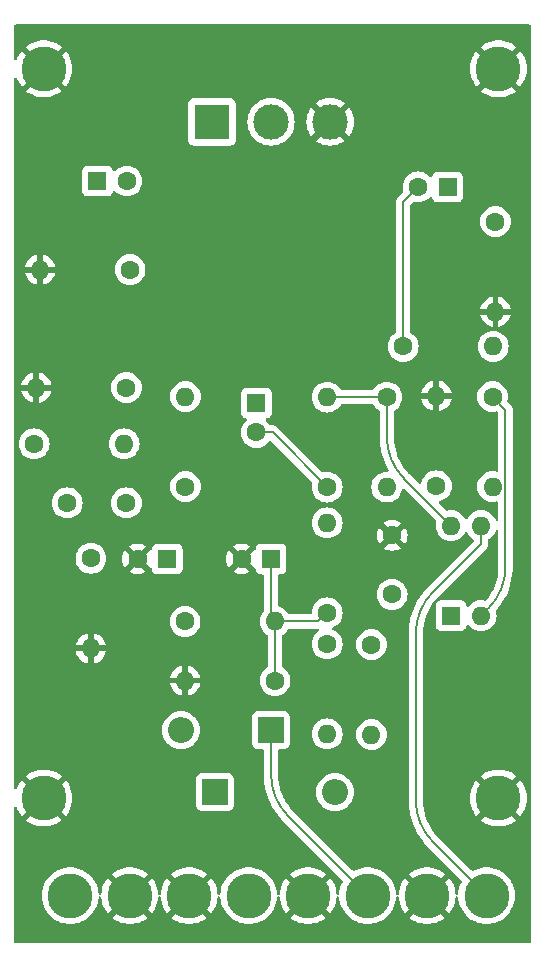
<source format=gbr>
%TF.GenerationSoftware,KiCad,Pcbnew,8.0.7-1.fc41*%
%TF.CreationDate,2025-04-02T21:22:14-07:00*%
%TF.ProjectId,EP-Booster,45502d42-6f6f-4737-9465-722e6b696361,rev?*%
%TF.SameCoordinates,Original*%
%TF.FileFunction,Copper,L2,Bot*%
%TF.FilePolarity,Positive*%
%FSLAX46Y46*%
G04 Gerber Fmt 4.6, Leading zero omitted, Abs format (unit mm)*
G04 Created by KiCad (PCBNEW 8.0.7-1.fc41) date 2025-04-02 21:22:14*
%MOMM*%
%LPD*%
G01*
G04 APERTURE LIST*
%TA.AperFunction,ComponentPad*%
%ADD10C,3.800000*%
%TD*%
%TA.AperFunction,ConnectorPad*%
%ADD11C,3.800000*%
%TD*%
%TA.AperFunction,ComponentPad*%
%ADD12C,2.600000*%
%TD*%
%TA.AperFunction,ComponentPad*%
%ADD13C,1.600000*%
%TD*%
%TA.AperFunction,ComponentPad*%
%ADD14O,1.600000X1.600000*%
%TD*%
%TA.AperFunction,ComponentPad*%
%ADD15R,2.200000X2.200000*%
%TD*%
%TA.AperFunction,ComponentPad*%
%ADD16O,2.200000X2.200000*%
%TD*%
%TA.AperFunction,ComponentPad*%
%ADD17R,1.600000X1.600000*%
%TD*%
%TA.AperFunction,ComponentPad*%
%ADD18R,3.000000X3.000000*%
%TD*%
%TA.AperFunction,ComponentPad*%
%ADD19C,3.000000*%
%TD*%
%TA.AperFunction,Conductor*%
%ADD20C,0.200000*%
%TD*%
G04 APERTURE END LIST*
D10*
%TO.P,H12,1,1*%
%TO.N,Earth*%
X162250000Y-88750000D03*
%TD*%
%TO.P,H11,1,1*%
%TO.N,Earth*%
X123750000Y-88750000D03*
%TD*%
%TO.P,H10,1,1*%
%TO.N,Earth*%
X162250000Y-27000000D03*
%TD*%
%TO.P,H9,1,1*%
%TO.N,Earth*%
X123750000Y-27000000D03*
%TD*%
D11*
%TO.P,H2,1,1*%
%TO.N,Net-(C3-Pad1)*%
X126000000Y-97000000D03*
D12*
X126000000Y-97000000D03*
%TD*%
D11*
%TO.P,H3,1,1*%
%TO.N,/SWB2*%
X161250000Y-97000000D03*
D12*
X161250000Y-97000000D03*
%TD*%
D11*
%TO.P,H8,1,1*%
%TO.N,Earth*%
X146142856Y-97000000D03*
D12*
X146142856Y-97000000D03*
%TD*%
D13*
%TO.P,R14,1*%
%TO.N,Net-(C6-Pad2)*%
X154190000Y-50500000D03*
D14*
%TO.P,R14,2*%
%TO.N,/SWB1*%
X161810000Y-50500000D03*
%TD*%
D13*
%TO.P,C3,1*%
%TO.N,Net-(C3-Pad1)*%
X125750000Y-63750000D03*
%TO.P,C3,2*%
%TO.N,Net-(C3-Pad2)*%
X130750000Y-63750000D03*
%TD*%
D11*
%TO.P,H1,1,1*%
%TO.N,Net-(D2-K)*%
X151178570Y-97000000D03*
D12*
X151178570Y-97000000D03*
%TD*%
D13*
%TO.P,R6,1*%
%TO.N,Net-(C3-Pad2)*%
X122940000Y-58750000D03*
D14*
%TO.P,R6,2*%
%TO.N,Net-(Q1-Pad3)*%
X130560000Y-58750000D03*
%TD*%
D13*
%TO.P,R2,1*%
%TO.N,/VA*%
X151500000Y-75750000D03*
D14*
%TO.P,R2,2*%
%TO.N,Net-(D1-K)*%
X151500000Y-83370000D03*
%TD*%
D15*
%TO.P,D2,1,K*%
%TO.N,Net-(D2-K)*%
X143000000Y-83000000D03*
D16*
%TO.P,D2,2,A*%
%TO.N,Net-(D2-A)*%
X135380000Y-83000000D03*
%TD*%
D13*
%TO.P,R15,1*%
%TO.N,/SWB1*%
X161750000Y-54750000D03*
D14*
%TO.P,R15,2*%
%TO.N,/SWB2*%
X161750000Y-62370000D03*
%TD*%
D17*
%TO.P,C2,1*%
%TO.N,/VB*%
X143000000Y-68500000D03*
D13*
%TO.P,C2,2*%
%TO.N,Earth*%
X140500000Y-68500000D03*
%TD*%
D11*
%TO.P,H5,1,1*%
%TO.N,Earth*%
X131035714Y-97000000D03*
D12*
X131035714Y-97000000D03*
%TD*%
D11*
%TO.P,H7,1,1*%
%TO.N,+9V*%
X141107142Y-97000000D03*
D12*
X141107142Y-97000000D03*
%TD*%
D13*
%TO.P,R12,1*%
%TO.N,/VB*%
X147750000Y-73060000D03*
D14*
%TO.P,R12,2*%
%TO.N,/SWA2*%
X147750000Y-65440000D03*
%TD*%
%TO.P,R13,2*%
%TO.N,Earth*%
X162000000Y-47560000D03*
D13*
%TO.P,R13,1*%
%TO.N,Net-(Q2-E)*%
X162000000Y-39940000D03*
%TD*%
%TO.P,R3,1*%
%TO.N,/VA*%
X135720000Y-73794888D03*
D14*
%TO.P,R3,2*%
%TO.N,/VB*%
X143340000Y-73794888D03*
%TD*%
D13*
%TO.P,R9,1*%
%TO.N,/VA*%
X135750000Y-62370000D03*
D14*
%TO.P,R9,2*%
%TO.N,Net-(C4-Pad1)*%
X135750000Y-54750000D03*
%TD*%
D13*
%TO.P,R1,1*%
%TO.N,/VA*%
X147750000Y-75690000D03*
D14*
%TO.P,R1,2*%
%TO.N,Net-(D2-A)*%
X147750000Y-83310000D03*
%TD*%
D17*
%TO.P,SW1,1*%
%TO.N,/SWA2*%
X158250000Y-73300000D03*
D14*
%TO.P,SW1,2*%
%TO.N,/SWB1*%
X160790000Y-73300000D03*
%TO.P,SW1,3*%
%TO.N,/SWB2*%
X160790000Y-65680000D03*
%TO.P,SW1,4*%
%TO.N,/SWA1*%
X158250000Y-65680000D03*
%TD*%
D13*
%TO.P,R11,1*%
%TO.N,/SWA1*%
X152800000Y-54800000D03*
D14*
%TO.P,R11,2*%
%TO.N,/SWA2*%
X152800000Y-62420000D03*
%TD*%
D13*
%TO.P,R4,1*%
%TO.N,/VB*%
X143340000Y-78794888D03*
D14*
%TO.P,R4,2*%
%TO.N,Earth*%
X135720000Y-78794888D03*
%TD*%
D17*
%TO.P,C7,1*%
%TO.N,Net-(C7-Pad1)*%
X128294888Y-36500000D03*
D13*
%TO.P,C7,2*%
%TO.N,Net-(C7-Pad2)*%
X130794888Y-36500000D03*
%TD*%
%TO.P,R10,1*%
%TO.N,Net-(C4-Pad2)*%
X147753332Y-62420000D03*
D14*
%TO.P,R10,2*%
%TO.N,/SWA1*%
X147753332Y-54800000D03*
%TD*%
D13*
%TO.P,R8,1*%
%TO.N,Net-(C7-Pad1)*%
X131060000Y-44000000D03*
D14*
%TO.P,R8,2*%
%TO.N,Earth*%
X123440000Y-44000000D03*
%TD*%
D13*
%TO.P,R5,1*%
%TO.N,Net-(C3-Pad1)*%
X127750000Y-68440000D03*
D14*
%TO.P,R5,2*%
%TO.N,Earth*%
X127750000Y-76060000D03*
%TD*%
D11*
%TO.P,H6,1,1*%
%TO.N,Earth*%
X136071428Y-97000000D03*
D12*
X136071428Y-97000000D03*
%TD*%
D15*
%TO.P,D1,1,K*%
%TO.N,Net-(D1-K)*%
X138250000Y-88250000D03*
D16*
%TO.P,D1,2,A*%
%TO.N,+9V*%
X148410000Y-88250000D03*
%TD*%
D11*
%TO.P,H4,1,1*%
%TO.N,Earth*%
X156214284Y-97000000D03*
D12*
X156214284Y-97000000D03*
%TD*%
D13*
%TO.P,R7,1*%
%TO.N,Net-(Q1-Pad3)*%
X130750000Y-54000000D03*
D14*
%TO.P,R7,2*%
%TO.N,Earth*%
X123130000Y-54000000D03*
%TD*%
D13*
%TO.P,C6,2*%
%TO.N,Net-(C6-Pad2)*%
X155455112Y-37000000D03*
D17*
%TO.P,C6,1*%
%TO.N,Net-(Q2-E)*%
X157955112Y-37000000D03*
%TD*%
%TO.P,C1,1*%
%TO.N,/VA*%
X134205113Y-68500000D03*
D13*
%TO.P,C1,2*%
%TO.N,Earth*%
X131705113Y-68500000D03*
%TD*%
D18*
%TO.P,RV1,1,1*%
%TO.N,Net-(C7-Pad2)*%
X138000000Y-31500000D03*
D19*
%TO.P,RV1,2,2*%
X143000000Y-31500000D03*
%TO.P,RV1,3,3*%
%TO.N,Earth*%
X148000000Y-31500000D03*
%TD*%
D13*
%TO.P,C5,1*%
%TO.N,/SWA2*%
X153250000Y-71500000D03*
%TO.P,C5,2*%
%TO.N,Earth*%
X153250000Y-66500000D03*
%TD*%
%TO.P,R16,1*%
%TO.N,/SWB2*%
X157000000Y-62310000D03*
D14*
%TO.P,R16,2*%
%TO.N,Earth*%
X157000000Y-54690000D03*
%TD*%
D17*
%TO.P,C4,1*%
%TO.N,Net-(C4-Pad1)*%
X141751666Y-55289775D03*
D13*
%TO.P,C4,2*%
%TO.N,Net-(C4-Pad2)*%
X141751666Y-57789775D03*
%TD*%
D20*
%TO.N,/SWB2*%
X155250000Y-88928932D02*
G75*
G03*
X156714482Y-92464450I5000000J32D01*
G01*
X155250000Y-74821068D02*
G75*
G02*
X156714482Y-71285550I5000000J-32D01*
G01*
%TO.N,/SWA1*%
X152800000Y-58158932D02*
G75*
G03*
X154264482Y-61694450I5000000J32D01*
G01*
%TO.N,/SWB1*%
X162850000Y-69168932D02*
G75*
G02*
X161385518Y-72704450I-5000000J32D01*
G01*
%TO.N,Net-(D2-K)*%
X143000000Y-86750362D02*
G75*
G03*
X144464447Y-90285915I5000000J-38D01*
G01*
%TO.N,/SWB2*%
X160790000Y-65680000D02*
X160790000Y-67210000D01*
X160790000Y-67210000D02*
X156714466Y-71285534D01*
X155250000Y-74821068D02*
X155250000Y-88928932D01*
X156714466Y-92464466D02*
X161250000Y-97000000D01*
%TO.N,Net-(C4-Pad2)*%
X141751666Y-57789775D02*
X143123107Y-57789775D01*
X143123107Y-57789775D02*
X147753332Y-62420000D01*
%TO.N,Net-(C6-Pad2)*%
X154190000Y-50500000D02*
X154190000Y-38265112D01*
X154190000Y-38265112D02*
X155455112Y-37000000D01*
%TO.N,/SWA1*%
X152800000Y-54800000D02*
X152800000Y-58158932D01*
X154264466Y-61694466D02*
X158250000Y-65680000D01*
X147753332Y-54800000D02*
X152800000Y-54800000D01*
%TO.N,/SWB1*%
X160790000Y-73300000D02*
X161385534Y-72704466D01*
X162850000Y-69168932D02*
X162850000Y-55850000D01*
X162850000Y-55850000D02*
X161750000Y-54750000D01*
%TO.N,/VB*%
X143000000Y-68500000D02*
X143000000Y-73454888D01*
X143000000Y-73454888D02*
X143340000Y-73794888D01*
X143340000Y-73794888D02*
X147015112Y-73794888D01*
X147015112Y-73794888D02*
X147750000Y-73060000D01*
X143340000Y-73794888D02*
X143340000Y-78794888D01*
%TO.N,Net-(D2-K)*%
X143000000Y-83000000D02*
X143000000Y-86750362D01*
X144464466Y-90285896D02*
X151178570Y-97000000D01*
%TD*%
%TA.AperFunction,Conductor*%
%TO.N,Earth*%
G36*
X164942539Y-23270185D02*
G01*
X164988294Y-23322989D01*
X164999500Y-23374500D01*
X164999500Y-100875500D01*
X164979815Y-100942539D01*
X164927011Y-100988294D01*
X164875500Y-100999500D01*
X121374500Y-100999500D01*
X121307461Y-100979815D01*
X121261706Y-100927011D01*
X121250500Y-100875500D01*
X121250500Y-96999994D01*
X123594754Y-96999994D01*
X123594754Y-97000005D01*
X123613718Y-97301446D01*
X123613719Y-97301453D01*
X123670320Y-97598164D01*
X123763659Y-97885431D01*
X123763661Y-97885436D01*
X123892265Y-98158732D01*
X123892268Y-98158738D01*
X124054111Y-98413763D01*
X124246652Y-98646505D01*
X124466836Y-98853272D01*
X124466846Y-98853280D01*
X124711193Y-99030808D01*
X124711198Y-99030810D01*
X124711205Y-99030816D01*
X124975896Y-99176332D01*
X124975901Y-99176334D01*
X124975903Y-99176335D01*
X124975904Y-99176336D01*
X125256734Y-99287524D01*
X125256737Y-99287525D01*
X125354259Y-99312564D01*
X125549302Y-99362642D01*
X125696039Y-99381179D01*
X125848963Y-99400499D01*
X125848969Y-99400499D01*
X125848973Y-99400500D01*
X125848975Y-99400500D01*
X126151025Y-99400500D01*
X126151027Y-99400500D01*
X126151032Y-99400499D01*
X126151036Y-99400499D01*
X126230591Y-99390448D01*
X126450698Y-99362642D01*
X126743262Y-99287525D01*
X126744467Y-99287048D01*
X127024095Y-99176336D01*
X127024096Y-99176335D01*
X127024094Y-99176335D01*
X127024104Y-99176332D01*
X127288795Y-99030816D01*
X127533162Y-98853274D01*
X127753349Y-98646504D01*
X127945885Y-98413768D01*
X128107733Y-98158736D01*
X128236341Y-97885430D01*
X128329681Y-97598160D01*
X128386280Y-97301457D01*
X128391483Y-97218767D01*
X128394352Y-97173157D01*
X128418206Y-97107485D01*
X128473779Y-97065136D01*
X128543425Y-97059554D01*
X128605033Y-97092512D01*
X128639043Y-97153546D01*
X128641862Y-97173156D01*
X128649929Y-97301383D01*
X128649930Y-97301390D01*
X128706519Y-97598040D01*
X128799839Y-97885247D01*
X128799841Y-97885252D01*
X128928418Y-98158491D01*
X128928421Y-98158497D01*
X129090230Y-98413469D01*
X129171025Y-98511133D01*
X130358135Y-97324024D01*
X130371073Y-97355258D01*
X130453151Y-97478097D01*
X130557617Y-97582563D01*
X130680456Y-97664641D01*
X130711689Y-97677578D01*
X129522278Y-98866987D01*
X129522279Y-98866989D01*
X129747175Y-99030385D01*
X129747193Y-99030397D01*
X130011823Y-99175878D01*
X130011831Y-99175882D01*
X130292603Y-99287047D01*
X130292606Y-99287048D01*
X130585113Y-99362150D01*
X130884709Y-99399999D01*
X130884721Y-99400000D01*
X131186707Y-99400000D01*
X131186718Y-99399999D01*
X131486314Y-99362150D01*
X131778821Y-99287048D01*
X131778824Y-99287047D01*
X132059596Y-99175882D01*
X132059604Y-99175878D01*
X132324234Y-99030397D01*
X132324244Y-99030390D01*
X132549147Y-98866987D01*
X132549148Y-98866987D01*
X131359738Y-97677578D01*
X131390972Y-97664641D01*
X131513811Y-97582563D01*
X131618277Y-97478097D01*
X131700355Y-97355258D01*
X131713292Y-97324025D01*
X132900401Y-98511134D01*
X132981200Y-98413464D01*
X133143006Y-98158497D01*
X133143009Y-98158491D01*
X133271586Y-97885252D01*
X133271588Y-97885247D01*
X133364908Y-97598040D01*
X133421497Y-97301390D01*
X133421498Y-97301383D01*
X133429816Y-97169174D01*
X133453671Y-97103503D01*
X133509243Y-97061154D01*
X133578890Y-97055572D01*
X133640498Y-97088531D01*
X133674507Y-97149565D01*
X133677326Y-97169174D01*
X133685643Y-97301383D01*
X133685644Y-97301390D01*
X133742233Y-97598040D01*
X133835553Y-97885247D01*
X133835555Y-97885252D01*
X133964132Y-98158491D01*
X133964135Y-98158497D01*
X134125944Y-98413469D01*
X134206739Y-98511133D01*
X135393849Y-97324024D01*
X135406787Y-97355258D01*
X135488865Y-97478097D01*
X135593331Y-97582563D01*
X135716170Y-97664641D01*
X135747403Y-97677578D01*
X134557992Y-98866987D01*
X134557993Y-98866989D01*
X134782889Y-99030385D01*
X134782907Y-99030397D01*
X135047537Y-99175878D01*
X135047545Y-99175882D01*
X135328317Y-99287047D01*
X135328320Y-99287048D01*
X135620827Y-99362150D01*
X135920423Y-99399999D01*
X135920435Y-99400000D01*
X136222421Y-99400000D01*
X136222432Y-99399999D01*
X136522028Y-99362150D01*
X136814535Y-99287048D01*
X136814538Y-99287047D01*
X137095310Y-99175882D01*
X137095318Y-99175878D01*
X137359948Y-99030397D01*
X137359958Y-99030390D01*
X137584861Y-98866987D01*
X137584862Y-98866987D01*
X136395452Y-97677578D01*
X136426686Y-97664641D01*
X136549525Y-97582563D01*
X136653991Y-97478097D01*
X136736069Y-97355258D01*
X136749006Y-97324025D01*
X137936115Y-98511134D01*
X138016914Y-98413464D01*
X138178720Y-98158497D01*
X138178723Y-98158491D01*
X138307300Y-97885252D01*
X138307302Y-97885247D01*
X138400622Y-97598040D01*
X138457211Y-97301390D01*
X138457212Y-97301382D01*
X138465279Y-97173157D01*
X138489133Y-97107485D01*
X138544706Y-97065136D01*
X138614352Y-97059554D01*
X138675960Y-97092512D01*
X138709970Y-97153546D01*
X138712789Y-97173156D01*
X138720860Y-97301446D01*
X138720861Y-97301453D01*
X138777462Y-97598164D01*
X138870801Y-97885431D01*
X138870803Y-97885436D01*
X138999407Y-98158732D01*
X138999410Y-98158738D01*
X139161253Y-98413763D01*
X139353794Y-98646505D01*
X139573978Y-98853272D01*
X139573988Y-98853280D01*
X139818335Y-99030808D01*
X139818340Y-99030810D01*
X139818347Y-99030816D01*
X140083038Y-99176332D01*
X140083043Y-99176334D01*
X140083045Y-99176335D01*
X140083046Y-99176336D01*
X140363876Y-99287524D01*
X140363879Y-99287525D01*
X140461401Y-99312564D01*
X140656444Y-99362642D01*
X140803181Y-99381179D01*
X140956105Y-99400499D01*
X140956111Y-99400499D01*
X140956115Y-99400500D01*
X140956117Y-99400500D01*
X141258167Y-99400500D01*
X141258169Y-99400500D01*
X141258174Y-99400499D01*
X141258178Y-99400499D01*
X141337733Y-99390448D01*
X141557840Y-99362642D01*
X141850404Y-99287525D01*
X141851609Y-99287048D01*
X142131237Y-99176336D01*
X142131238Y-99176335D01*
X142131236Y-99176335D01*
X142131246Y-99176332D01*
X142395937Y-99030816D01*
X142640304Y-98853274D01*
X142860491Y-98646504D01*
X143053027Y-98413768D01*
X143214875Y-98158736D01*
X143343483Y-97885430D01*
X143436823Y-97598160D01*
X143493422Y-97301457D01*
X143498625Y-97218767D01*
X143501494Y-97173157D01*
X143525348Y-97107485D01*
X143580921Y-97065136D01*
X143650567Y-97059554D01*
X143712175Y-97092512D01*
X143746185Y-97153546D01*
X143749004Y-97173156D01*
X143757071Y-97301383D01*
X143757072Y-97301390D01*
X143813661Y-97598040D01*
X143906981Y-97885247D01*
X143906983Y-97885252D01*
X144035560Y-98158491D01*
X144035563Y-98158497D01*
X144197372Y-98413469D01*
X144278167Y-98511133D01*
X145465277Y-97324024D01*
X145478215Y-97355258D01*
X145560293Y-97478097D01*
X145664759Y-97582563D01*
X145787598Y-97664641D01*
X145818831Y-97677578D01*
X144629420Y-98866987D01*
X144629421Y-98866989D01*
X144854317Y-99030385D01*
X144854335Y-99030397D01*
X145118965Y-99175878D01*
X145118973Y-99175882D01*
X145399745Y-99287047D01*
X145399748Y-99287048D01*
X145692255Y-99362150D01*
X145991851Y-99399999D01*
X145991863Y-99400000D01*
X146293849Y-99400000D01*
X146293860Y-99399999D01*
X146593456Y-99362150D01*
X146885963Y-99287048D01*
X146885966Y-99287047D01*
X147166738Y-99175882D01*
X147166746Y-99175878D01*
X147431376Y-99030397D01*
X147431386Y-99030390D01*
X147656289Y-98866987D01*
X147656290Y-98866987D01*
X146466880Y-97677578D01*
X146498114Y-97664641D01*
X146620953Y-97582563D01*
X146725419Y-97478097D01*
X146807497Y-97355258D01*
X146820434Y-97324025D01*
X148007543Y-98511134D01*
X148088342Y-98413464D01*
X148250148Y-98158497D01*
X148250151Y-98158491D01*
X148378728Y-97885252D01*
X148378730Y-97885247D01*
X148472050Y-97598040D01*
X148528639Y-97301390D01*
X148528640Y-97301382D01*
X148536707Y-97173157D01*
X148560561Y-97107485D01*
X148616134Y-97065136D01*
X148685780Y-97059554D01*
X148747388Y-97092512D01*
X148781398Y-97153546D01*
X148784217Y-97173156D01*
X148792288Y-97301446D01*
X148792289Y-97301453D01*
X148848890Y-97598164D01*
X148942229Y-97885431D01*
X148942231Y-97885436D01*
X149070835Y-98158732D01*
X149070838Y-98158738D01*
X149232681Y-98413763D01*
X149425222Y-98646505D01*
X149645406Y-98853272D01*
X149645416Y-98853280D01*
X149889763Y-99030808D01*
X149889768Y-99030810D01*
X149889775Y-99030816D01*
X150154466Y-99176332D01*
X150154471Y-99176334D01*
X150154473Y-99176335D01*
X150154474Y-99176336D01*
X150435304Y-99287524D01*
X150435307Y-99287525D01*
X150532829Y-99312564D01*
X150727872Y-99362642D01*
X150874609Y-99381179D01*
X151027533Y-99400499D01*
X151027539Y-99400499D01*
X151027543Y-99400500D01*
X151027545Y-99400500D01*
X151329595Y-99400500D01*
X151329597Y-99400500D01*
X151329602Y-99400499D01*
X151329606Y-99400499D01*
X151409161Y-99390448D01*
X151629268Y-99362642D01*
X151921832Y-99287525D01*
X151923037Y-99287048D01*
X152202665Y-99176336D01*
X152202666Y-99176335D01*
X152202664Y-99176335D01*
X152202674Y-99176332D01*
X152467365Y-99030816D01*
X152711732Y-98853274D01*
X152931919Y-98646504D01*
X153124455Y-98413768D01*
X153286303Y-98158736D01*
X153414911Y-97885430D01*
X153508251Y-97598160D01*
X153564850Y-97301457D01*
X153570053Y-97218767D01*
X153572922Y-97173157D01*
X153596776Y-97107485D01*
X153652349Y-97065136D01*
X153721995Y-97059554D01*
X153783603Y-97092512D01*
X153817613Y-97153546D01*
X153820432Y-97173156D01*
X153828499Y-97301383D01*
X153828500Y-97301390D01*
X153885089Y-97598040D01*
X153978409Y-97885247D01*
X153978411Y-97885252D01*
X154106988Y-98158491D01*
X154106991Y-98158497D01*
X154268800Y-98413469D01*
X154349595Y-98511133D01*
X155536705Y-97324024D01*
X155549643Y-97355258D01*
X155631721Y-97478097D01*
X155736187Y-97582563D01*
X155859026Y-97664641D01*
X155890259Y-97677578D01*
X154700848Y-98866987D01*
X154700849Y-98866989D01*
X154925745Y-99030385D01*
X154925763Y-99030397D01*
X155190393Y-99175878D01*
X155190401Y-99175882D01*
X155471173Y-99287047D01*
X155471176Y-99287048D01*
X155763683Y-99362150D01*
X156063279Y-99399999D01*
X156063291Y-99400000D01*
X156365277Y-99400000D01*
X156365288Y-99399999D01*
X156664884Y-99362150D01*
X156957391Y-99287048D01*
X156957394Y-99287047D01*
X157238166Y-99175882D01*
X157238174Y-99175878D01*
X157502804Y-99030397D01*
X157502814Y-99030390D01*
X157727717Y-98866987D01*
X157727718Y-98866987D01*
X156538308Y-97677578D01*
X156569542Y-97664641D01*
X156692381Y-97582563D01*
X156796847Y-97478097D01*
X156878925Y-97355258D01*
X156891862Y-97324024D01*
X158078971Y-98511134D01*
X158159770Y-98413464D01*
X158321576Y-98158497D01*
X158321579Y-98158491D01*
X158450156Y-97885252D01*
X158450158Y-97885247D01*
X158543478Y-97598040D01*
X158600067Y-97301390D01*
X158600068Y-97301382D01*
X158608136Y-97173141D01*
X158631990Y-97107469D01*
X158687563Y-97065120D01*
X158757209Y-97059538D01*
X158818817Y-97092496D01*
X158852827Y-97153530D01*
X158855646Y-97173140D01*
X158863718Y-97301446D01*
X158863719Y-97301453D01*
X158920320Y-97598164D01*
X159013659Y-97885431D01*
X159013661Y-97885436D01*
X159142265Y-98158732D01*
X159142268Y-98158738D01*
X159304111Y-98413763D01*
X159496652Y-98646505D01*
X159716836Y-98853272D01*
X159716846Y-98853280D01*
X159961193Y-99030808D01*
X159961198Y-99030810D01*
X159961205Y-99030816D01*
X160225896Y-99176332D01*
X160225901Y-99176334D01*
X160225903Y-99176335D01*
X160225904Y-99176336D01*
X160506734Y-99287524D01*
X160506737Y-99287525D01*
X160604259Y-99312564D01*
X160799302Y-99362642D01*
X160946039Y-99381179D01*
X161098963Y-99400499D01*
X161098969Y-99400499D01*
X161098973Y-99400500D01*
X161098975Y-99400500D01*
X161401025Y-99400500D01*
X161401027Y-99400500D01*
X161401032Y-99400499D01*
X161401036Y-99400499D01*
X161480591Y-99390448D01*
X161700698Y-99362642D01*
X161993262Y-99287525D01*
X161994467Y-99287048D01*
X162274095Y-99176336D01*
X162274096Y-99176335D01*
X162274094Y-99176335D01*
X162274104Y-99176332D01*
X162538795Y-99030816D01*
X162783162Y-98853274D01*
X163003349Y-98646504D01*
X163195885Y-98413768D01*
X163357733Y-98158736D01*
X163486341Y-97885430D01*
X163579681Y-97598160D01*
X163636280Y-97301457D01*
X163636281Y-97301445D01*
X163655246Y-97000005D01*
X163655246Y-96999994D01*
X163636281Y-96698553D01*
X163636280Y-96698546D01*
X163636280Y-96698543D01*
X163579681Y-96401840D01*
X163486341Y-96114570D01*
X163357733Y-95841264D01*
X163314490Y-95773124D01*
X163195888Y-95586236D01*
X163003347Y-95353494D01*
X162783163Y-95146727D01*
X162783153Y-95146719D01*
X162538806Y-94969191D01*
X162538799Y-94969186D01*
X162538795Y-94969184D01*
X162274104Y-94823668D01*
X162274101Y-94823666D01*
X162274096Y-94823664D01*
X162274095Y-94823663D01*
X161993265Y-94712475D01*
X161993262Y-94712474D01*
X161700695Y-94637357D01*
X161401036Y-94599500D01*
X161401027Y-94599500D01*
X161098973Y-94599500D01*
X161098963Y-94599500D01*
X160799304Y-94637357D01*
X160506737Y-94712474D01*
X160506734Y-94712475D01*
X160225910Y-94823661D01*
X160225900Y-94823666D01*
X160225896Y-94823668D01*
X160111969Y-94886299D01*
X160043740Y-94901345D01*
X159978207Y-94877114D01*
X159964553Y-94865317D01*
X157189459Y-92090224D01*
X157189458Y-92090223D01*
X157141004Y-92041768D01*
X157137264Y-92037862D01*
X156883437Y-91760861D01*
X156876484Y-91752574D01*
X156811258Y-91667571D01*
X156649432Y-91456677D01*
X156643228Y-91447817D01*
X156442815Y-91133234D01*
X156437418Y-91123887D01*
X156265190Y-90793044D01*
X156260618Y-90783240D01*
X156207337Y-90654610D01*
X156117879Y-90438644D01*
X156114182Y-90428486D01*
X156061415Y-90261134D01*
X156002021Y-90072764D01*
X155999224Y-90062320D01*
X155918492Y-89698175D01*
X155916615Y-89687535D01*
X155867926Y-89317720D01*
X155866986Y-89306982D01*
X155850618Y-88932132D01*
X155850500Y-88926723D01*
X155850500Y-88749994D01*
X159845255Y-88749994D01*
X159845255Y-88750005D01*
X159864215Y-89051383D01*
X159864216Y-89051390D01*
X159920805Y-89348040D01*
X160014125Y-89635247D01*
X160014127Y-89635252D01*
X160142704Y-89908491D01*
X160142707Y-89908497D01*
X160304516Y-90163469D01*
X160385311Y-90261133D01*
X161313708Y-89332736D01*
X161410967Y-89466602D01*
X161533398Y-89589033D01*
X161667262Y-89686290D01*
X160736564Y-90616987D01*
X160736565Y-90616989D01*
X160961461Y-90780385D01*
X160961479Y-90780397D01*
X161226109Y-90925878D01*
X161226117Y-90925882D01*
X161506889Y-91037047D01*
X161506892Y-91037048D01*
X161799399Y-91112150D01*
X162098995Y-91149999D01*
X162099007Y-91150000D01*
X162400993Y-91150000D01*
X162401004Y-91149999D01*
X162700600Y-91112150D01*
X162993107Y-91037048D01*
X162993110Y-91037047D01*
X163273882Y-90925882D01*
X163273890Y-90925878D01*
X163538520Y-90780397D01*
X163538530Y-90780390D01*
X163763433Y-90616987D01*
X163763434Y-90616987D01*
X162832737Y-89686290D01*
X162966602Y-89589033D01*
X163089033Y-89466602D01*
X163186290Y-89332737D01*
X164114687Y-90261134D01*
X164195486Y-90163464D01*
X164357292Y-89908497D01*
X164357295Y-89908491D01*
X164485872Y-89635252D01*
X164485874Y-89635247D01*
X164579194Y-89348040D01*
X164635783Y-89051390D01*
X164635784Y-89051383D01*
X164654745Y-88750005D01*
X164654745Y-88749994D01*
X164635784Y-88448616D01*
X164635783Y-88448609D01*
X164579194Y-88151959D01*
X164485874Y-87864752D01*
X164485872Y-87864747D01*
X164357295Y-87591508D01*
X164357292Y-87591502D01*
X164195483Y-87336530D01*
X164114686Y-87238864D01*
X163186289Y-88167261D01*
X163089033Y-88033398D01*
X162966602Y-87910967D01*
X162832736Y-87813709D01*
X163763434Y-86883011D01*
X163763433Y-86883009D01*
X163538538Y-86719614D01*
X163538520Y-86719602D01*
X163273890Y-86574121D01*
X163273882Y-86574117D01*
X162993110Y-86462952D01*
X162993107Y-86462951D01*
X162700600Y-86387849D01*
X162401004Y-86350000D01*
X162098995Y-86350000D01*
X161799399Y-86387849D01*
X161506892Y-86462951D01*
X161506889Y-86462952D01*
X161226117Y-86574117D01*
X161226109Y-86574121D01*
X160961476Y-86719604D01*
X160961471Y-86719607D01*
X160736565Y-86883010D01*
X160736564Y-86883011D01*
X161667262Y-87813709D01*
X161533398Y-87910967D01*
X161410967Y-88033398D01*
X161313709Y-88167262D01*
X160385311Y-87238864D01*
X160304520Y-87336525D01*
X160304518Y-87336528D01*
X160142707Y-87591502D01*
X160142704Y-87591508D01*
X160014127Y-87864747D01*
X160014125Y-87864752D01*
X159920805Y-88151959D01*
X159864216Y-88448609D01*
X159864215Y-88448616D01*
X159845255Y-88749994D01*
X155850500Y-88749994D01*
X155850500Y-74823771D01*
X155850618Y-74818362D01*
X155856225Y-74689953D01*
X155867008Y-74443017D01*
X155867948Y-74432283D01*
X155916637Y-74062464D01*
X155918509Y-74051845D01*
X155999247Y-73687673D01*
X156002040Y-73677247D01*
X156114208Y-73321505D01*
X156117894Y-73311377D01*
X156260644Y-72966754D01*
X156265210Y-72956965D01*
X156265845Y-72955746D01*
X156437442Y-72626113D01*
X156442827Y-72616786D01*
X156643253Y-72302184D01*
X156649431Y-72293360D01*
X156876526Y-71997407D01*
X156883439Y-71989169D01*
X157137663Y-71711735D01*
X157141337Y-71707898D01*
X157190639Y-71658596D01*
X161148506Y-67700727D01*
X161148511Y-67700724D01*
X161158714Y-67690520D01*
X161158716Y-67690520D01*
X161270520Y-67578716D01*
X161349577Y-67441784D01*
X161390500Y-67289057D01*
X161390500Y-66911692D01*
X161410185Y-66844653D01*
X161443374Y-66810119D01*
X161629139Y-66680047D01*
X161790047Y-66519139D01*
X161920568Y-66332734D01*
X162013119Y-66134258D01*
X162059290Y-66081821D01*
X162126484Y-66062669D01*
X162193365Y-66082885D01*
X162238700Y-66136050D01*
X162249500Y-66186665D01*
X162249500Y-69166220D01*
X162249382Y-69171630D01*
X162232992Y-69546962D01*
X162232049Y-69557738D01*
X162183364Y-69927518D01*
X162181486Y-69938171D01*
X162100755Y-70302314D01*
X162097955Y-70312763D01*
X161985796Y-70668479D01*
X161982096Y-70678645D01*
X161839361Y-71023231D01*
X161834789Y-71033034D01*
X161662568Y-71363865D01*
X161657159Y-71373234D01*
X161456753Y-71687804D01*
X161450548Y-71696665D01*
X161224789Y-71990877D01*
X161168361Y-72032079D01*
X161098615Y-72036234D01*
X161094321Y-72035165D01*
X161016697Y-72014366D01*
X161016693Y-72014365D01*
X161016692Y-72014365D01*
X161016691Y-72014364D01*
X161016686Y-72014364D01*
X160790002Y-71994532D01*
X160789998Y-71994532D01*
X160563313Y-72014364D01*
X160563302Y-72014366D01*
X160343511Y-72073258D01*
X160343502Y-72073261D01*
X160137267Y-72169431D01*
X160137265Y-72169432D01*
X159950858Y-72299954D01*
X159789954Y-72460858D01*
X159772725Y-72485464D01*
X159718147Y-72529088D01*
X159648648Y-72536280D01*
X159586294Y-72504757D01*
X159550882Y-72444526D01*
X159547861Y-72427591D01*
X159545676Y-72407267D01*
X159544091Y-72392517D01*
X159524182Y-72339139D01*
X159493797Y-72257671D01*
X159493793Y-72257664D01*
X159407547Y-72142455D01*
X159407544Y-72142452D01*
X159292335Y-72056206D01*
X159292328Y-72056202D01*
X159157482Y-72005908D01*
X159157483Y-72005908D01*
X159097883Y-71999501D01*
X159097881Y-71999500D01*
X159097873Y-71999500D01*
X159097864Y-71999500D01*
X157402129Y-71999500D01*
X157402123Y-71999501D01*
X157342516Y-72005908D01*
X157207671Y-72056202D01*
X157207664Y-72056206D01*
X157092455Y-72142452D01*
X157092452Y-72142455D01*
X157006206Y-72257664D01*
X157006202Y-72257671D01*
X156955908Y-72392517D01*
X156949501Y-72452116D01*
X156949500Y-72452135D01*
X156949500Y-74147870D01*
X156949501Y-74147876D01*
X156955908Y-74207483D01*
X157006202Y-74342328D01*
X157006206Y-74342335D01*
X157092452Y-74457544D01*
X157092455Y-74457547D01*
X157207664Y-74543793D01*
X157207671Y-74543797D01*
X157342517Y-74594091D01*
X157342516Y-74594091D01*
X157349444Y-74594835D01*
X157402127Y-74600500D01*
X159097872Y-74600499D01*
X159157483Y-74594091D01*
X159292331Y-74543796D01*
X159407546Y-74457546D01*
X159493796Y-74342331D01*
X159544091Y-74207483D01*
X159547862Y-74172401D01*
X159574599Y-74107855D01*
X159631990Y-74068006D01*
X159701816Y-74065511D01*
X159761905Y-74101163D01*
X159772726Y-74114536D01*
X159789956Y-74139143D01*
X159950858Y-74300045D01*
X159950861Y-74300047D01*
X160137266Y-74430568D01*
X160343504Y-74526739D01*
X160563308Y-74585635D01*
X160725230Y-74599801D01*
X160789998Y-74605468D01*
X160790000Y-74605468D01*
X160790002Y-74605468D01*
X160846807Y-74600498D01*
X161016692Y-74585635D01*
X161236496Y-74526739D01*
X161442734Y-74430568D01*
X161629139Y-74300047D01*
X161790047Y-74139139D01*
X161920568Y-73952734D01*
X162016739Y-73746496D01*
X162075635Y-73526692D01*
X162095468Y-73300000D01*
X162075635Y-73073308D01*
X162045912Y-72962379D01*
X162047575Y-72892529D01*
X162071395Y-72849755D01*
X162251544Y-72638832D01*
X162510223Y-72282795D01*
X162740170Y-71907560D01*
X162939967Y-71515440D01*
X163108384Y-71108853D01*
X163244381Y-70690306D01*
X163347119Y-70262379D01*
X163415967Y-69827710D01*
X163450498Y-69388980D01*
X163450498Y-69262426D01*
X163450500Y-69262422D01*
X163450500Y-55939059D01*
X163450501Y-55939046D01*
X163450501Y-55770945D01*
X163450501Y-55770943D01*
X163409577Y-55618215D01*
X163371602Y-55552441D01*
X163330520Y-55481284D01*
X163218716Y-55369480D01*
X163218715Y-55369479D01*
X163214385Y-55365149D01*
X163214374Y-55365139D01*
X163041941Y-55192706D01*
X163008456Y-55131383D01*
X163009847Y-55072931D01*
X163035635Y-54976692D01*
X163055468Y-54750000D01*
X163035635Y-54523308D01*
X162976739Y-54303504D01*
X162880568Y-54097266D01*
X162750047Y-53910861D01*
X162750045Y-53910858D01*
X162589141Y-53749954D01*
X162402734Y-53619432D01*
X162402732Y-53619431D01*
X162196497Y-53523261D01*
X162196488Y-53523258D01*
X161976697Y-53464366D01*
X161976693Y-53464365D01*
X161976692Y-53464365D01*
X161976691Y-53464364D01*
X161976686Y-53464364D01*
X161750002Y-53444532D01*
X161749998Y-53444532D01*
X161523313Y-53464364D01*
X161523302Y-53464366D01*
X161303511Y-53523258D01*
X161303502Y-53523261D01*
X161097267Y-53619431D01*
X161097265Y-53619432D01*
X160910858Y-53749954D01*
X160749954Y-53910858D01*
X160619432Y-54097265D01*
X160619431Y-54097267D01*
X160523261Y-54303502D01*
X160523258Y-54303511D01*
X160464366Y-54523302D01*
X160464364Y-54523313D01*
X160444532Y-54749998D01*
X160444532Y-54750001D01*
X160464364Y-54976686D01*
X160464366Y-54976697D01*
X160523258Y-55196488D01*
X160523261Y-55196497D01*
X160619431Y-55402732D01*
X160619432Y-55402734D01*
X160749954Y-55589141D01*
X160910858Y-55750045D01*
X160910861Y-55750047D01*
X161097266Y-55880568D01*
X161303504Y-55976739D01*
X161523308Y-56035635D01*
X161685230Y-56049801D01*
X161749998Y-56055468D01*
X161750000Y-56055468D01*
X161750002Y-56055468D01*
X161806673Y-56050509D01*
X161976692Y-56035635D01*
X162072932Y-56009847D01*
X162142781Y-56011510D01*
X162192706Y-56041941D01*
X162213181Y-56062416D01*
X162246666Y-56123739D01*
X162249500Y-56150097D01*
X162249500Y-60995863D01*
X162229815Y-61062902D01*
X162177011Y-61108657D01*
X162107853Y-61118601D01*
X162093407Y-61115638D01*
X161976697Y-61084366D01*
X161976693Y-61084365D01*
X161976692Y-61084365D01*
X161976691Y-61084364D01*
X161976686Y-61084364D01*
X161750002Y-61064532D01*
X161749998Y-61064532D01*
X161523313Y-61084364D01*
X161523302Y-61084366D01*
X161303511Y-61143258D01*
X161303502Y-61143261D01*
X161097267Y-61239431D01*
X161097265Y-61239432D01*
X160910858Y-61369954D01*
X160749954Y-61530858D01*
X160619432Y-61717265D01*
X160619431Y-61717267D01*
X160523261Y-61923502D01*
X160523258Y-61923511D01*
X160464366Y-62143302D01*
X160464364Y-62143313D01*
X160444532Y-62369998D01*
X160444532Y-62370001D01*
X160464364Y-62596686D01*
X160464366Y-62596697D01*
X160523258Y-62816488D01*
X160523261Y-62816497D01*
X160619431Y-63022732D01*
X160619432Y-63022734D01*
X160749954Y-63209141D01*
X160910858Y-63370045D01*
X160910861Y-63370047D01*
X161097266Y-63500568D01*
X161303504Y-63596739D01*
X161523308Y-63655635D01*
X161685230Y-63669801D01*
X161749998Y-63675468D01*
X161750000Y-63675468D01*
X161750002Y-63675468D01*
X161806673Y-63670509D01*
X161976692Y-63655635D01*
X162093408Y-63624361D01*
X162163256Y-63626024D01*
X162221119Y-63665186D01*
X162248623Y-63729415D01*
X162249500Y-63744136D01*
X162249500Y-65173334D01*
X162229815Y-65240373D01*
X162177011Y-65286128D01*
X162107853Y-65296072D01*
X162044297Y-65267047D01*
X162013118Y-65225739D01*
X162007321Y-65213308D01*
X161920568Y-65027266D01*
X161790047Y-64840861D01*
X161790045Y-64840858D01*
X161629141Y-64679954D01*
X161442734Y-64549432D01*
X161442732Y-64549431D01*
X161236497Y-64453261D01*
X161236488Y-64453258D01*
X161016697Y-64394366D01*
X161016693Y-64394365D01*
X161016692Y-64394365D01*
X161016691Y-64394364D01*
X161016686Y-64394364D01*
X160790002Y-64374532D01*
X160789998Y-64374532D01*
X160563313Y-64394364D01*
X160563302Y-64394366D01*
X160343511Y-64453258D01*
X160343502Y-64453261D01*
X160137267Y-64549431D01*
X160137265Y-64549432D01*
X159950858Y-64679954D01*
X159789954Y-64840858D01*
X159659432Y-65027265D01*
X159659431Y-65027267D01*
X159632382Y-65085275D01*
X159586209Y-65137714D01*
X159519016Y-65156866D01*
X159452135Y-65136650D01*
X159407618Y-65085275D01*
X159393719Y-65055468D01*
X159380568Y-65027266D01*
X159250047Y-64840861D01*
X159250045Y-64840858D01*
X159089141Y-64679954D01*
X158902734Y-64549432D01*
X158902732Y-64549431D01*
X158696497Y-64453261D01*
X158696488Y-64453258D01*
X158476697Y-64394366D01*
X158476693Y-64394365D01*
X158476692Y-64394365D01*
X158476691Y-64394364D01*
X158476686Y-64394364D01*
X158250002Y-64374532D01*
X158249998Y-64374532D01*
X158023313Y-64394364D01*
X158023302Y-64394366D01*
X157927067Y-64420152D01*
X157857217Y-64418489D01*
X157807293Y-64388058D01*
X157211501Y-63792266D01*
X157178016Y-63730943D01*
X157183000Y-63661251D01*
X157224872Y-63605318D01*
X157267085Y-63584811D01*
X157446496Y-63536739D01*
X157652734Y-63440568D01*
X157839139Y-63310047D01*
X158000047Y-63149139D01*
X158130568Y-62962734D01*
X158226739Y-62756496D01*
X158285635Y-62536692D01*
X158305468Y-62310000D01*
X158285635Y-62083308D01*
X158226739Y-61863504D01*
X158130568Y-61657266D01*
X158000047Y-61470861D01*
X158000045Y-61470858D01*
X157839140Y-61309953D01*
X157652734Y-61179432D01*
X157652732Y-61179431D01*
X157446497Y-61083261D01*
X157446488Y-61083258D01*
X157226697Y-61024366D01*
X157226693Y-61024365D01*
X157226692Y-61024365D01*
X157226691Y-61024364D01*
X157226686Y-61024364D01*
X157000002Y-61004532D01*
X156999998Y-61004532D01*
X156773313Y-61024364D01*
X156773302Y-61024366D01*
X156553511Y-61083258D01*
X156553502Y-61083261D01*
X156347267Y-61179431D01*
X156347265Y-61179432D01*
X156160860Y-61309953D01*
X155999954Y-61470858D01*
X155869432Y-61657265D01*
X155869431Y-61657267D01*
X155773261Y-61863502D01*
X155773259Y-61863508D01*
X155725189Y-62042911D01*
X155688824Y-62102571D01*
X155625977Y-62133100D01*
X155556601Y-62124805D01*
X155517733Y-62098498D01*
X154729187Y-61309952D01*
X154691004Y-61271768D01*
X154687264Y-61267862D01*
X154618904Y-61193261D01*
X154433432Y-60990855D01*
X154426484Y-60982574D01*
X154384005Y-60927215D01*
X154199432Y-60686677D01*
X154193228Y-60677817D01*
X153992815Y-60363234D01*
X153987418Y-60353887D01*
X153832069Y-60055468D01*
X153815190Y-60023044D01*
X153810618Y-60013240D01*
X153778619Y-59935989D01*
X153667879Y-59668644D01*
X153664182Y-59658486D01*
X153642317Y-59589141D01*
X153552021Y-59302764D01*
X153549224Y-59292320D01*
X153468492Y-58928175D01*
X153466615Y-58917535D01*
X153417926Y-58547720D01*
X153416986Y-58536982D01*
X153400618Y-58162132D01*
X153400500Y-58156723D01*
X153400500Y-56031692D01*
X153420185Y-55964653D01*
X153453374Y-55930119D01*
X153639139Y-55800047D01*
X153800047Y-55639139D01*
X153930568Y-55452734D01*
X154026739Y-55246496D01*
X154085635Y-55026692D01*
X154105468Y-54800000D01*
X154100451Y-54742661D01*
X154092584Y-54652734D01*
X154085635Y-54573308D01*
X154049915Y-54439999D01*
X155721127Y-54439999D01*
X155721128Y-54440000D01*
X156684314Y-54440000D01*
X156679920Y-54444394D01*
X156627259Y-54535606D01*
X156600000Y-54637339D01*
X156600000Y-54742661D01*
X156627259Y-54844394D01*
X156679920Y-54935606D01*
X156684314Y-54940000D01*
X155721128Y-54940000D01*
X155773730Y-55136317D01*
X155773734Y-55136326D01*
X155869865Y-55342482D01*
X156000342Y-55528820D01*
X156161179Y-55689657D01*
X156347517Y-55820134D01*
X156553673Y-55916265D01*
X156553682Y-55916269D01*
X156749999Y-55968872D01*
X156750000Y-55968871D01*
X156750000Y-55005686D01*
X156754394Y-55010080D01*
X156845606Y-55062741D01*
X156947339Y-55090000D01*
X157052661Y-55090000D01*
X157154394Y-55062741D01*
X157245606Y-55010080D01*
X157250000Y-55005686D01*
X157250000Y-55968872D01*
X157446317Y-55916269D01*
X157446326Y-55916265D01*
X157652482Y-55820134D01*
X157838820Y-55689657D01*
X157999657Y-55528820D01*
X158130134Y-55342482D01*
X158226265Y-55136326D01*
X158226269Y-55136317D01*
X158278872Y-54940000D01*
X157315686Y-54940000D01*
X157320080Y-54935606D01*
X157372741Y-54844394D01*
X157400000Y-54742661D01*
X157400000Y-54637339D01*
X157372741Y-54535606D01*
X157320080Y-54444394D01*
X157315686Y-54440000D01*
X158278872Y-54440000D01*
X158278872Y-54439999D01*
X158226269Y-54243682D01*
X158226265Y-54243673D01*
X158130134Y-54037517D01*
X157999657Y-53851179D01*
X157838820Y-53690342D01*
X157652482Y-53559865D01*
X157446328Y-53463734D01*
X157250000Y-53411127D01*
X157250000Y-54374314D01*
X157245606Y-54369920D01*
X157154394Y-54317259D01*
X157052661Y-54290000D01*
X156947339Y-54290000D01*
X156845606Y-54317259D01*
X156754394Y-54369920D01*
X156750000Y-54374314D01*
X156750000Y-53411127D01*
X156553671Y-53463734D01*
X156347517Y-53559865D01*
X156161179Y-53690342D01*
X156000342Y-53851179D01*
X155869865Y-54037517D01*
X155773734Y-54243673D01*
X155773730Y-54243682D01*
X155721127Y-54439999D01*
X154049915Y-54439999D01*
X154026739Y-54353504D01*
X153930568Y-54147266D01*
X153800047Y-53960861D01*
X153800045Y-53960858D01*
X153639141Y-53799954D01*
X153452734Y-53669432D01*
X153452732Y-53669431D01*
X153246497Y-53573261D01*
X153246488Y-53573258D01*
X153026697Y-53514366D01*
X153026693Y-53514365D01*
X153026692Y-53514365D01*
X153026691Y-53514364D01*
X153026686Y-53514364D01*
X152800002Y-53494532D01*
X152799998Y-53494532D01*
X152573313Y-53514364D01*
X152573302Y-53514366D01*
X152353511Y-53573258D01*
X152353502Y-53573261D01*
X152147267Y-53669431D01*
X152147265Y-53669432D01*
X151960858Y-53799954D01*
X151799954Y-53960858D01*
X151723450Y-54070118D01*
X151669881Y-54146624D01*
X151615307Y-54190248D01*
X151568308Y-54199500D01*
X148985024Y-54199500D01*
X148917985Y-54179815D01*
X148883451Y-54146625D01*
X148753379Y-53960861D01*
X148753377Y-53960858D01*
X148592473Y-53799954D01*
X148406066Y-53669432D01*
X148406064Y-53669431D01*
X148199829Y-53573261D01*
X148199820Y-53573258D01*
X147980029Y-53514366D01*
X147980025Y-53514365D01*
X147980024Y-53514365D01*
X147980023Y-53514364D01*
X147980018Y-53514364D01*
X147753334Y-53494532D01*
X147753330Y-53494532D01*
X147526645Y-53514364D01*
X147526634Y-53514366D01*
X147306843Y-53573258D01*
X147306834Y-53573261D01*
X147100599Y-53669431D01*
X147100597Y-53669432D01*
X146914190Y-53799954D01*
X146753286Y-53960858D01*
X146622764Y-54147265D01*
X146622763Y-54147267D01*
X146526593Y-54353502D01*
X146526590Y-54353511D01*
X146467698Y-54573302D01*
X146467696Y-54573313D01*
X146447864Y-54799998D01*
X146447864Y-54800001D01*
X146467696Y-55026686D01*
X146467698Y-55026697D01*
X146526590Y-55246488D01*
X146526593Y-55246497D01*
X146622763Y-55452732D01*
X146622764Y-55452734D01*
X146753286Y-55639141D01*
X146914190Y-55800045D01*
X146914193Y-55800047D01*
X147100598Y-55930568D01*
X147306836Y-56026739D01*
X147526640Y-56085635D01*
X147676374Y-56098735D01*
X147753330Y-56105468D01*
X147753332Y-56105468D01*
X147753334Y-56105468D01*
X147830290Y-56098735D01*
X147980024Y-56085635D01*
X148199828Y-56026739D01*
X148406066Y-55930568D01*
X148592471Y-55800047D01*
X148753379Y-55639139D01*
X148883450Y-55453375D01*
X148938025Y-55409752D01*
X148985024Y-55400500D01*
X151568308Y-55400500D01*
X151635347Y-55420185D01*
X151669880Y-55453374D01*
X151689425Y-55481287D01*
X151799954Y-55639141D01*
X151960858Y-55800045D01*
X151960861Y-55800047D01*
X152146624Y-55930118D01*
X152190248Y-55984693D01*
X152199500Y-56031692D01*
X152199500Y-58107551D01*
X152199478Y-58107625D01*
X152199479Y-58378972D01*
X152199480Y-58378986D01*
X152234010Y-58817712D01*
X152274828Y-59075410D01*
X152302859Y-59252383D01*
X152405598Y-59680312D01*
X152527496Y-60055468D01*
X152541598Y-60098866D01*
X152710014Y-60505451D01*
X152909806Y-60897562D01*
X152909818Y-60897582D01*
X152927977Y-60927215D01*
X152946222Y-60994661D01*
X152925106Y-61061263D01*
X152871334Y-61105877D01*
X152811442Y-61115533D01*
X152800001Y-61114532D01*
X152799998Y-61114532D01*
X152573313Y-61134364D01*
X152573302Y-61134366D01*
X152353511Y-61193258D01*
X152353502Y-61193261D01*
X152147267Y-61289431D01*
X152147265Y-61289432D01*
X151960858Y-61419954D01*
X151799954Y-61580858D01*
X151669432Y-61767265D01*
X151669431Y-61767267D01*
X151573261Y-61973502D01*
X151573258Y-61973511D01*
X151514366Y-62193302D01*
X151514364Y-62193313D01*
X151494532Y-62419998D01*
X151494532Y-62420001D01*
X151514364Y-62646686D01*
X151514366Y-62646697D01*
X151573258Y-62866488D01*
X151573261Y-62866497D01*
X151669431Y-63072732D01*
X151669432Y-63072734D01*
X151799954Y-63259141D01*
X151960858Y-63420045D01*
X151960861Y-63420047D01*
X152147266Y-63550568D01*
X152353504Y-63646739D01*
X152573308Y-63705635D01*
X152735230Y-63719801D01*
X152799998Y-63725468D01*
X152800000Y-63725468D01*
X152800002Y-63725468D01*
X152856673Y-63720509D01*
X153026692Y-63705635D01*
X153246496Y-63646739D01*
X153452734Y-63550568D01*
X153639139Y-63420047D01*
X153800047Y-63259139D01*
X153930568Y-63072734D01*
X154026739Y-62866496D01*
X154085635Y-62646692D01*
X154085635Y-62646684D01*
X154086513Y-62641708D01*
X154117533Y-62579102D01*
X154177476Y-62543206D01*
X154247311Y-62545415D01*
X154296312Y-62575547D01*
X156958058Y-65237293D01*
X156991543Y-65298616D01*
X156990152Y-65357067D01*
X156964366Y-65453302D01*
X156964364Y-65453313D01*
X156944532Y-65679998D01*
X156944532Y-65680001D01*
X156964364Y-65906686D01*
X156964366Y-65906697D01*
X157023258Y-66126488D01*
X157023261Y-66126497D01*
X157119431Y-66332732D01*
X157119432Y-66332734D01*
X157249954Y-66519141D01*
X157410858Y-66680045D01*
X157410861Y-66680047D01*
X157597266Y-66810568D01*
X157803504Y-66906739D01*
X158023308Y-66965635D01*
X158185230Y-66979801D01*
X158249998Y-66985468D01*
X158250000Y-66985468D01*
X158250002Y-66985468D01*
X158306673Y-66980509D01*
X158476692Y-66965635D01*
X158696496Y-66906739D01*
X158902734Y-66810568D01*
X159089139Y-66680047D01*
X159250047Y-66519139D01*
X159380568Y-66332734D01*
X159407618Y-66274724D01*
X159453790Y-66222285D01*
X159520983Y-66203133D01*
X159587865Y-66223348D01*
X159632382Y-66274725D01*
X159659429Y-66332728D01*
X159659432Y-66332734D01*
X159789954Y-66519141D01*
X159950858Y-66680045D01*
X159950861Y-66680047D01*
X160135570Y-66809381D01*
X160179195Y-66863956D01*
X160186389Y-66933455D01*
X160154867Y-66995809D01*
X160152128Y-66998636D01*
X158250764Y-68900000D01*
X156315629Y-70835135D01*
X156289850Y-70860914D01*
X156289848Y-70860916D01*
X156228369Y-70922396D01*
X156228161Y-70922633D01*
X156134278Y-71016515D01*
X156134265Y-71016529D01*
X155848456Y-71351168D01*
X155589770Y-71707214D01*
X155359836Y-72082429D01*
X155359825Y-72082448D01*
X155160034Y-72474557D01*
X154991618Y-72881141D01*
X154855620Y-73299689D01*
X154855619Y-73299694D01*
X154801120Y-73526697D01*
X154752880Y-73727626D01*
X154684033Y-74162289D01*
X154649502Y-74601015D01*
X154649501Y-74601028D01*
X154649500Y-74742009D01*
X154649500Y-88877551D01*
X154649478Y-88877625D01*
X154649479Y-89148972D01*
X154649480Y-89148986D01*
X154684010Y-89587712D01*
X154734819Y-89908491D01*
X154752859Y-90022383D01*
X154855598Y-90450312D01*
X154991596Y-90868861D01*
X155108049Y-91150000D01*
X155160014Y-91275451D01*
X155359806Y-91667562D01*
X155359817Y-91667581D01*
X155589752Y-92042797D01*
X155589757Y-92042804D01*
X155589759Y-92042807D01*
X155848439Y-92398846D01*
X155989576Y-92564095D01*
X156134249Y-92733485D01*
X156233946Y-92833181D01*
X156272408Y-92871643D01*
X156272413Y-92871650D01*
X156315164Y-92914400D01*
X156315179Y-92914414D01*
X159112565Y-95711801D01*
X159146050Y-95773124D01*
X159141066Y-95842816D01*
X159137083Y-95852278D01*
X159013659Y-96114569D01*
X158920320Y-96401835D01*
X158863719Y-96698546D01*
X158863718Y-96698553D01*
X158855646Y-96826859D01*
X158831791Y-96892530D01*
X158776218Y-96934879D01*
X158706572Y-96940461D01*
X158644964Y-96907502D01*
X158610955Y-96846468D01*
X158608136Y-96826858D01*
X158600068Y-96698617D01*
X158600067Y-96698609D01*
X158543478Y-96401959D01*
X158450158Y-96114752D01*
X158450156Y-96114747D01*
X158321579Y-95841508D01*
X158321576Y-95841502D01*
X158159767Y-95586530D01*
X158078970Y-95488864D01*
X156891861Y-96675974D01*
X156878925Y-96644742D01*
X156796847Y-96521903D01*
X156692381Y-96417437D01*
X156569542Y-96335359D01*
X156538308Y-96322421D01*
X157727718Y-95133011D01*
X157727717Y-95133009D01*
X157502822Y-94969614D01*
X157502804Y-94969602D01*
X157238174Y-94824121D01*
X157238166Y-94824117D01*
X156957394Y-94712952D01*
X156957391Y-94712951D01*
X156664884Y-94637849D01*
X156365288Y-94600000D01*
X156063279Y-94600000D01*
X155763683Y-94637849D01*
X155471176Y-94712951D01*
X155471173Y-94712952D01*
X155190401Y-94824117D01*
X155190393Y-94824121D01*
X154925760Y-94969604D01*
X154925755Y-94969607D01*
X154700849Y-95133010D01*
X154700848Y-95133011D01*
X155890259Y-96322421D01*
X155859026Y-96335359D01*
X155736187Y-96417437D01*
X155631721Y-96521903D01*
X155549643Y-96644742D01*
X155536705Y-96675974D01*
X154349595Y-95488864D01*
X154268804Y-95586525D01*
X154268802Y-95586528D01*
X154106991Y-95841502D01*
X154106988Y-95841508D01*
X153978411Y-96114747D01*
X153978409Y-96114752D01*
X153885089Y-96401959D01*
X153828500Y-96698609D01*
X153828499Y-96698616D01*
X153820432Y-96826843D01*
X153796577Y-96892514D01*
X153741004Y-96934863D01*
X153671358Y-96940445D01*
X153609750Y-96907486D01*
X153575741Y-96846452D01*
X153572922Y-96826842D01*
X153564851Y-96698554D01*
X153564850Y-96698546D01*
X153564850Y-96698543D01*
X153508251Y-96401840D01*
X153414911Y-96114570D01*
X153286303Y-95841264D01*
X153243060Y-95773124D01*
X153124458Y-95586236D01*
X152931917Y-95353494D01*
X152711733Y-95146727D01*
X152711723Y-95146719D01*
X152467376Y-94969191D01*
X152467369Y-94969186D01*
X152467365Y-94969184D01*
X152202674Y-94823668D01*
X152202671Y-94823666D01*
X152202666Y-94823664D01*
X152202665Y-94823663D01*
X151921835Y-94712475D01*
X151921832Y-94712474D01*
X151629265Y-94637357D01*
X151329606Y-94599500D01*
X151329597Y-94599500D01*
X151027543Y-94599500D01*
X151027533Y-94599500D01*
X150727874Y-94637357D01*
X150435307Y-94712474D01*
X150435304Y-94712475D01*
X150154476Y-94823662D01*
X150040540Y-94886299D01*
X149972309Y-94901345D01*
X149906776Y-94877114D01*
X149893122Y-94865317D01*
X144891011Y-89863206D01*
X144887288Y-89859318D01*
X144633442Y-89582292D01*
X144626493Y-89574009D01*
X144607179Y-89548838D01*
X144399438Y-89278101D01*
X144393241Y-89269250D01*
X144192839Y-88954677D01*
X144187430Y-88945309D01*
X144085761Y-88750001D01*
X144015202Y-88614457D01*
X144010642Y-88604676D01*
X143867911Y-88260085D01*
X143864240Y-88250000D01*
X146804551Y-88250000D01*
X146824317Y-88501151D01*
X146883126Y-88746110D01*
X146979533Y-88978859D01*
X147111160Y-89193653D01*
X147111161Y-89193656D01*
X147111164Y-89193659D01*
X147274776Y-89385224D01*
X147390497Y-89484059D01*
X147466343Y-89548838D01*
X147466346Y-89548839D01*
X147681140Y-89680466D01*
X147895872Y-89769410D01*
X147913889Y-89776873D01*
X148158852Y-89835683D01*
X148410000Y-89855449D01*
X148661148Y-89835683D01*
X148906111Y-89776873D01*
X149138859Y-89680466D01*
X149353659Y-89548836D01*
X149545224Y-89385224D01*
X149708836Y-89193659D01*
X149840466Y-88978859D01*
X149936873Y-88746111D01*
X149995683Y-88501148D01*
X150015449Y-88250000D01*
X149995683Y-87998852D01*
X149936873Y-87753889D01*
X149869613Y-87591508D01*
X149840466Y-87521140D01*
X149708839Y-87306346D01*
X149708838Y-87306343D01*
X149566064Y-87139177D01*
X149545224Y-87114776D01*
X149376183Y-86970401D01*
X149353656Y-86951161D01*
X149353653Y-86951160D01*
X149138859Y-86819533D01*
X148906110Y-86723126D01*
X148661151Y-86664317D01*
X148410000Y-86644551D01*
X148158848Y-86664317D01*
X147913889Y-86723126D01*
X147681140Y-86819533D01*
X147466346Y-86951160D01*
X147466343Y-86951161D01*
X147274776Y-87114776D01*
X147111161Y-87306343D01*
X147111160Y-87306346D01*
X146979533Y-87521140D01*
X146883126Y-87753889D01*
X146824317Y-87998848D01*
X146804551Y-88250000D01*
X143864240Y-88250000D01*
X143864211Y-88249920D01*
X143785050Y-87998848D01*
X143752051Y-87894187D01*
X143749260Y-87883772D01*
X143668526Y-87519598D01*
X143666653Y-87508968D01*
X143617973Y-87139177D01*
X143617030Y-87128401D01*
X143600618Y-86752445D01*
X143600500Y-86747037D01*
X143600500Y-84724499D01*
X143620185Y-84657460D01*
X143672989Y-84611705D01*
X143724500Y-84600499D01*
X144147871Y-84600499D01*
X144147872Y-84600499D01*
X144207483Y-84594091D01*
X144342331Y-84543796D01*
X144457546Y-84457546D01*
X144543796Y-84342331D01*
X144594091Y-84207483D01*
X144600500Y-84147873D01*
X144600500Y-83309998D01*
X146444532Y-83309998D01*
X146444532Y-83310001D01*
X146464364Y-83536686D01*
X146464366Y-83536697D01*
X146523258Y-83756488D01*
X146523261Y-83756497D01*
X146619431Y-83962732D01*
X146619432Y-83962734D01*
X146749954Y-84149141D01*
X146910858Y-84310045D01*
X146910861Y-84310047D01*
X147097266Y-84440568D01*
X147303504Y-84536739D01*
X147523308Y-84595635D01*
X147685230Y-84609801D01*
X147749998Y-84615468D01*
X147750000Y-84615468D01*
X147750002Y-84615468D01*
X147806673Y-84610509D01*
X147976692Y-84595635D01*
X148196496Y-84536739D01*
X148402734Y-84440568D01*
X148589139Y-84310047D01*
X148750047Y-84149139D01*
X148880568Y-83962734D01*
X148976739Y-83756496D01*
X149035635Y-83536692D01*
X149050219Y-83369998D01*
X150194532Y-83369998D01*
X150194532Y-83370001D01*
X150214364Y-83596686D01*
X150214366Y-83596697D01*
X150273258Y-83816488D01*
X150273261Y-83816497D01*
X150369431Y-84022732D01*
X150369432Y-84022734D01*
X150499954Y-84209141D01*
X150660858Y-84370045D01*
X150660861Y-84370047D01*
X150847266Y-84500568D01*
X151053504Y-84596739D01*
X151053509Y-84596740D01*
X151053511Y-84596741D01*
X151086010Y-84605449D01*
X151273308Y-84655635D01*
X151435230Y-84669801D01*
X151499998Y-84675468D01*
X151500000Y-84675468D01*
X151500002Y-84675468D01*
X151556673Y-84670509D01*
X151726692Y-84655635D01*
X151946496Y-84596739D01*
X152152734Y-84500568D01*
X152339139Y-84370047D01*
X152500047Y-84209139D01*
X152630568Y-84022734D01*
X152726739Y-83816496D01*
X152785635Y-83596692D01*
X152805468Y-83370000D01*
X152800218Y-83309998D01*
X152785635Y-83143313D01*
X152785635Y-83143308D01*
X152726739Y-82923504D01*
X152630568Y-82717266D01*
X152500047Y-82530861D01*
X152500045Y-82530858D01*
X152339141Y-82369954D01*
X152152734Y-82239432D01*
X152152732Y-82239431D01*
X151946497Y-82143261D01*
X151946488Y-82143258D01*
X151726697Y-82084366D01*
X151726693Y-82084365D01*
X151726692Y-82084365D01*
X151726691Y-82084364D01*
X151726686Y-82084364D01*
X151500002Y-82064532D01*
X151499998Y-82064532D01*
X151273313Y-82084364D01*
X151273302Y-82084366D01*
X151053511Y-82143258D01*
X151053502Y-82143261D01*
X150847267Y-82239431D01*
X150847265Y-82239432D01*
X150660858Y-82369954D01*
X150499954Y-82530858D01*
X150369432Y-82717265D01*
X150369431Y-82717267D01*
X150273261Y-82923502D01*
X150273258Y-82923511D01*
X150214366Y-83143302D01*
X150214364Y-83143313D01*
X150194532Y-83369998D01*
X149050219Y-83369998D01*
X149055468Y-83310000D01*
X149035635Y-83083308D01*
X148976739Y-82863504D01*
X148880568Y-82657266D01*
X148750047Y-82470861D01*
X148750045Y-82470858D01*
X148589141Y-82309954D01*
X148402734Y-82179432D01*
X148402732Y-82179431D01*
X148196497Y-82083261D01*
X148196488Y-82083258D01*
X147976697Y-82024366D01*
X147976693Y-82024365D01*
X147976692Y-82024365D01*
X147976691Y-82024364D01*
X147976686Y-82024364D01*
X147750002Y-82004532D01*
X147749998Y-82004532D01*
X147523313Y-82024364D01*
X147523302Y-82024366D01*
X147303511Y-82083258D01*
X147303502Y-82083261D01*
X147097267Y-82179431D01*
X147097265Y-82179432D01*
X146910858Y-82309954D01*
X146749954Y-82470858D01*
X146619432Y-82657265D01*
X146619431Y-82657267D01*
X146523261Y-82863502D01*
X146523258Y-82863511D01*
X146464366Y-83083302D01*
X146464364Y-83083313D01*
X146444532Y-83309998D01*
X144600500Y-83309998D01*
X144600499Y-81852128D01*
X144594091Y-81792517D01*
X144560017Y-81701161D01*
X144543797Y-81657671D01*
X144543793Y-81657664D01*
X144457547Y-81542455D01*
X144457544Y-81542452D01*
X144342335Y-81456206D01*
X144342328Y-81456202D01*
X144207482Y-81405908D01*
X144207483Y-81405908D01*
X144147883Y-81399501D01*
X144147881Y-81399500D01*
X144147873Y-81399500D01*
X144147864Y-81399500D01*
X141852129Y-81399500D01*
X141852123Y-81399501D01*
X141792516Y-81405908D01*
X141657671Y-81456202D01*
X141657664Y-81456206D01*
X141542455Y-81542452D01*
X141542452Y-81542455D01*
X141456206Y-81657664D01*
X141456202Y-81657671D01*
X141405908Y-81792517D01*
X141399501Y-81852116D01*
X141399501Y-81852123D01*
X141399500Y-81852135D01*
X141399500Y-84147870D01*
X141399501Y-84147876D01*
X141405908Y-84207483D01*
X141456202Y-84342328D01*
X141456206Y-84342335D01*
X141542452Y-84457544D01*
X141542455Y-84457547D01*
X141657664Y-84543793D01*
X141657671Y-84543797D01*
X141702618Y-84560561D01*
X141792517Y-84594091D01*
X141852127Y-84600500D01*
X142275500Y-84600499D01*
X142342539Y-84620183D01*
X142388294Y-84672987D01*
X142399500Y-84724499D01*
X142399500Y-86837270D01*
X142399525Y-86837668D01*
X142399525Y-86970408D01*
X142434049Y-87409119D01*
X142502894Y-87843812D01*
X142605621Y-88271712D01*
X142605631Y-88271748D01*
X142741614Y-88690271D01*
X142741617Y-88690277D01*
X142741618Y-88690280D01*
X142766355Y-88750001D01*
X142910030Y-89096871D01*
X142910032Y-89096874D01*
X143109812Y-89488971D01*
X143109820Y-89488985D01*
X143109823Y-89488991D01*
X143339766Y-89864229D01*
X143339772Y-89864238D01*
X143339775Y-89864242D01*
X143598434Y-90220261D01*
X143884254Y-90554917D01*
X143976879Y-90647543D01*
X143976878Y-90647543D01*
X149041136Y-95711801D01*
X149074621Y-95773124D01*
X149069637Y-95842816D01*
X149065654Y-95852279D01*
X148942228Y-96114572D01*
X148848890Y-96401835D01*
X148792289Y-96698546D01*
X148792288Y-96698553D01*
X148784217Y-96826843D01*
X148760362Y-96892514D01*
X148704789Y-96934863D01*
X148635143Y-96940445D01*
X148573535Y-96907486D01*
X148539526Y-96846452D01*
X148536707Y-96826842D01*
X148528640Y-96698617D01*
X148528639Y-96698609D01*
X148472050Y-96401959D01*
X148378730Y-96114752D01*
X148378728Y-96114747D01*
X148250151Y-95841508D01*
X148250148Y-95841502D01*
X148088339Y-95586530D01*
X148007542Y-95488864D01*
X146820433Y-96675973D01*
X146807497Y-96644742D01*
X146725419Y-96521903D01*
X146620953Y-96417437D01*
X146498114Y-96335359D01*
X146466880Y-96322421D01*
X147656290Y-95133011D01*
X147656289Y-95133009D01*
X147431394Y-94969614D01*
X147431376Y-94969602D01*
X147166746Y-94824121D01*
X147166738Y-94824117D01*
X146885966Y-94712952D01*
X146885963Y-94712951D01*
X146593456Y-94637849D01*
X146293860Y-94600000D01*
X145991851Y-94600000D01*
X145692255Y-94637849D01*
X145399748Y-94712951D01*
X145399745Y-94712952D01*
X145118973Y-94824117D01*
X145118965Y-94824121D01*
X144854332Y-94969604D01*
X144854327Y-94969607D01*
X144629421Y-95133010D01*
X144629420Y-95133011D01*
X145818831Y-96322421D01*
X145787598Y-96335359D01*
X145664759Y-96417437D01*
X145560293Y-96521903D01*
X145478215Y-96644742D01*
X145465277Y-96675974D01*
X144278167Y-95488864D01*
X144197376Y-95586525D01*
X144197374Y-95586528D01*
X144035563Y-95841502D01*
X144035560Y-95841508D01*
X143906983Y-96114747D01*
X143906981Y-96114752D01*
X143813661Y-96401959D01*
X143757072Y-96698609D01*
X143757071Y-96698616D01*
X143749004Y-96826843D01*
X143725149Y-96892514D01*
X143669576Y-96934863D01*
X143599930Y-96940445D01*
X143538322Y-96907486D01*
X143504313Y-96846452D01*
X143501494Y-96826842D01*
X143493423Y-96698554D01*
X143493422Y-96698546D01*
X143493422Y-96698543D01*
X143436823Y-96401840D01*
X143343483Y-96114570D01*
X143214875Y-95841264D01*
X143171632Y-95773124D01*
X143053030Y-95586236D01*
X142860489Y-95353494D01*
X142640305Y-95146727D01*
X142640295Y-95146719D01*
X142395948Y-94969191D01*
X142395941Y-94969186D01*
X142395937Y-94969184D01*
X142131246Y-94823668D01*
X142131243Y-94823666D01*
X142131238Y-94823664D01*
X142131237Y-94823663D01*
X141850407Y-94712475D01*
X141850404Y-94712474D01*
X141557837Y-94637357D01*
X141258178Y-94599500D01*
X141258169Y-94599500D01*
X140956115Y-94599500D01*
X140956105Y-94599500D01*
X140656446Y-94637357D01*
X140363879Y-94712474D01*
X140363876Y-94712475D01*
X140083046Y-94823663D01*
X140083045Y-94823664D01*
X139818347Y-94969184D01*
X139818335Y-94969191D01*
X139573988Y-95146719D01*
X139573978Y-95146727D01*
X139353794Y-95353494D01*
X139161253Y-95586236D01*
X138999410Y-95841261D01*
X138999407Y-95841267D01*
X138870803Y-96114563D01*
X138870801Y-96114568D01*
X138777462Y-96401835D01*
X138720861Y-96698546D01*
X138720860Y-96698553D01*
X138712789Y-96826843D01*
X138688934Y-96892514D01*
X138633361Y-96934863D01*
X138563715Y-96940445D01*
X138502107Y-96907486D01*
X138468098Y-96846452D01*
X138465279Y-96826842D01*
X138457212Y-96698617D01*
X138457211Y-96698609D01*
X138400622Y-96401959D01*
X138307302Y-96114752D01*
X138307300Y-96114747D01*
X138178723Y-95841508D01*
X138178720Y-95841502D01*
X138016911Y-95586530D01*
X137936114Y-95488864D01*
X136749005Y-96675974D01*
X136736069Y-96644742D01*
X136653991Y-96521903D01*
X136549525Y-96417437D01*
X136426686Y-96335359D01*
X136395452Y-96322421D01*
X137584862Y-95133011D01*
X137584861Y-95133009D01*
X137359966Y-94969614D01*
X137359948Y-94969602D01*
X137095318Y-94824121D01*
X137095310Y-94824117D01*
X136814538Y-94712952D01*
X136814535Y-94712951D01*
X136522028Y-94637849D01*
X136222432Y-94600000D01*
X135920423Y-94600000D01*
X135620827Y-94637849D01*
X135328320Y-94712951D01*
X135328317Y-94712952D01*
X135047545Y-94824117D01*
X135047537Y-94824121D01*
X134782904Y-94969604D01*
X134782899Y-94969607D01*
X134557993Y-95133010D01*
X134557992Y-95133011D01*
X135747403Y-96322421D01*
X135716170Y-96335359D01*
X135593331Y-96417437D01*
X135488865Y-96521903D01*
X135406787Y-96644742D01*
X135393849Y-96675974D01*
X134206739Y-95488864D01*
X134125948Y-95586525D01*
X134125946Y-95586528D01*
X133964135Y-95841502D01*
X133964132Y-95841508D01*
X133835555Y-96114747D01*
X133835553Y-96114752D01*
X133742233Y-96401959D01*
X133685644Y-96698609D01*
X133685643Y-96698616D01*
X133677326Y-96830825D01*
X133653471Y-96896496D01*
X133597899Y-96938845D01*
X133528252Y-96944427D01*
X133466644Y-96911468D01*
X133432635Y-96850434D01*
X133429816Y-96830825D01*
X133421498Y-96698616D01*
X133421497Y-96698609D01*
X133364908Y-96401959D01*
X133271588Y-96114752D01*
X133271586Y-96114747D01*
X133143009Y-95841508D01*
X133143006Y-95841502D01*
X132981197Y-95586530D01*
X132900400Y-95488864D01*
X131713291Y-96675974D01*
X131700355Y-96644742D01*
X131618277Y-96521903D01*
X131513811Y-96417437D01*
X131390972Y-96335359D01*
X131359738Y-96322421D01*
X132549148Y-95133011D01*
X132549147Y-95133009D01*
X132324252Y-94969614D01*
X132324234Y-94969602D01*
X132059604Y-94824121D01*
X132059596Y-94824117D01*
X131778824Y-94712952D01*
X131778821Y-94712951D01*
X131486314Y-94637849D01*
X131186718Y-94600000D01*
X130884709Y-94600000D01*
X130585113Y-94637849D01*
X130292606Y-94712951D01*
X130292603Y-94712952D01*
X130011831Y-94824117D01*
X130011823Y-94824121D01*
X129747190Y-94969604D01*
X129747185Y-94969607D01*
X129522279Y-95133010D01*
X129522278Y-95133011D01*
X130711689Y-96322421D01*
X130680456Y-96335359D01*
X130557617Y-96417437D01*
X130453151Y-96521903D01*
X130371073Y-96644742D01*
X130358135Y-96675974D01*
X129171025Y-95488864D01*
X129090234Y-95586525D01*
X129090232Y-95586528D01*
X128928421Y-95841502D01*
X128928418Y-95841508D01*
X128799841Y-96114747D01*
X128799839Y-96114752D01*
X128706519Y-96401959D01*
X128649930Y-96698609D01*
X128649929Y-96698616D01*
X128641862Y-96826843D01*
X128618007Y-96892514D01*
X128562434Y-96934863D01*
X128492788Y-96940445D01*
X128431180Y-96907486D01*
X128397171Y-96846452D01*
X128394352Y-96826842D01*
X128386281Y-96698554D01*
X128386280Y-96698546D01*
X128386280Y-96698543D01*
X128329681Y-96401840D01*
X128236341Y-96114570D01*
X128107733Y-95841264D01*
X128064490Y-95773124D01*
X127945888Y-95586236D01*
X127753347Y-95353494D01*
X127533163Y-95146727D01*
X127533153Y-95146719D01*
X127288806Y-94969191D01*
X127288799Y-94969186D01*
X127288795Y-94969184D01*
X127024104Y-94823668D01*
X127024101Y-94823666D01*
X127024096Y-94823664D01*
X127024095Y-94823663D01*
X126743265Y-94712475D01*
X126743262Y-94712474D01*
X126450695Y-94637357D01*
X126151036Y-94599500D01*
X126151027Y-94599500D01*
X125848973Y-94599500D01*
X125848963Y-94599500D01*
X125549304Y-94637357D01*
X125256737Y-94712474D01*
X125256734Y-94712475D01*
X124975904Y-94823663D01*
X124975903Y-94823664D01*
X124711205Y-94969184D01*
X124711193Y-94969191D01*
X124466846Y-95146719D01*
X124466836Y-95146727D01*
X124246652Y-95353494D01*
X124054111Y-95586236D01*
X123892268Y-95841261D01*
X123892265Y-95841267D01*
X123763661Y-96114563D01*
X123763659Y-96114568D01*
X123670320Y-96401835D01*
X123613719Y-96698546D01*
X123613718Y-96698553D01*
X123594754Y-96999994D01*
X121250500Y-96999994D01*
X121250500Y-89606797D01*
X121270185Y-89539758D01*
X121322989Y-89494003D01*
X121392147Y-89484059D01*
X121455703Y-89513084D01*
X121492431Y-89568479D01*
X121514125Y-89635247D01*
X121514127Y-89635252D01*
X121642704Y-89908491D01*
X121642707Y-89908497D01*
X121804516Y-90163469D01*
X121885311Y-90261133D01*
X122813708Y-89332736D01*
X122910967Y-89466602D01*
X123033398Y-89589033D01*
X123167262Y-89686290D01*
X122236564Y-90616987D01*
X122236565Y-90616989D01*
X122461461Y-90780385D01*
X122461479Y-90780397D01*
X122726109Y-90925878D01*
X122726117Y-90925882D01*
X123006889Y-91037047D01*
X123006892Y-91037048D01*
X123299399Y-91112150D01*
X123598995Y-91149999D01*
X123599007Y-91150000D01*
X123900993Y-91150000D01*
X123901004Y-91149999D01*
X124200600Y-91112150D01*
X124493107Y-91037048D01*
X124493110Y-91037047D01*
X124773882Y-90925882D01*
X124773890Y-90925878D01*
X125038520Y-90780397D01*
X125038530Y-90780390D01*
X125263433Y-90616987D01*
X125263434Y-90616987D01*
X124332737Y-89686290D01*
X124466602Y-89589033D01*
X124589033Y-89466602D01*
X124686290Y-89332737D01*
X125614687Y-90261134D01*
X125695486Y-90163464D01*
X125857292Y-89908497D01*
X125857295Y-89908491D01*
X125985872Y-89635252D01*
X125985874Y-89635247D01*
X126079194Y-89348040D01*
X126135783Y-89051390D01*
X126135784Y-89051383D01*
X126154745Y-88750005D01*
X126154745Y-88749994D01*
X126135784Y-88448616D01*
X126135783Y-88448609D01*
X126079194Y-88151959D01*
X125985874Y-87864752D01*
X125985872Y-87864747D01*
X125857295Y-87591508D01*
X125857292Y-87591502D01*
X125695483Y-87336530D01*
X125614686Y-87238864D01*
X124686289Y-88167261D01*
X124589033Y-88033398D01*
X124466602Y-87910967D01*
X124332736Y-87813709D01*
X125044310Y-87102135D01*
X136649500Y-87102135D01*
X136649500Y-89397870D01*
X136649501Y-89397876D01*
X136655908Y-89457483D01*
X136706202Y-89592328D01*
X136706206Y-89592335D01*
X136792452Y-89707544D01*
X136792455Y-89707547D01*
X136907664Y-89793793D01*
X136907671Y-89793797D01*
X137042517Y-89844091D01*
X137042516Y-89844091D01*
X137049444Y-89844835D01*
X137102127Y-89850500D01*
X139397872Y-89850499D01*
X139457483Y-89844091D01*
X139592331Y-89793796D01*
X139707546Y-89707546D01*
X139793796Y-89592331D01*
X139844091Y-89457483D01*
X139850500Y-89397873D01*
X139850499Y-87102128D01*
X139844091Y-87042517D01*
X139817193Y-86970401D01*
X139793797Y-86907671D01*
X139793793Y-86907664D01*
X139707547Y-86792455D01*
X139707544Y-86792452D01*
X139592335Y-86706206D01*
X139592328Y-86706202D01*
X139457482Y-86655908D01*
X139457483Y-86655908D01*
X139397883Y-86649501D01*
X139397881Y-86649500D01*
X139397873Y-86649500D01*
X139397864Y-86649500D01*
X137102129Y-86649500D01*
X137102123Y-86649501D01*
X137042516Y-86655908D01*
X136907671Y-86706202D01*
X136907664Y-86706206D01*
X136792455Y-86792452D01*
X136792452Y-86792455D01*
X136706206Y-86907664D01*
X136706202Y-86907671D01*
X136655908Y-87042517D01*
X136649501Y-87102116D01*
X136649501Y-87102123D01*
X136649500Y-87102135D01*
X125044310Y-87102135D01*
X125263434Y-86883011D01*
X125263433Y-86883009D01*
X125038538Y-86719614D01*
X125038520Y-86719602D01*
X124773890Y-86574121D01*
X124773882Y-86574117D01*
X124493110Y-86462952D01*
X124493107Y-86462951D01*
X124200600Y-86387849D01*
X123901004Y-86350000D01*
X123598995Y-86350000D01*
X123299399Y-86387849D01*
X123006892Y-86462951D01*
X123006889Y-86462952D01*
X122726117Y-86574117D01*
X122726109Y-86574121D01*
X122461476Y-86719604D01*
X122461471Y-86719607D01*
X122236565Y-86883010D01*
X122236564Y-86883011D01*
X123167262Y-87813709D01*
X123033398Y-87910967D01*
X122910967Y-88033398D01*
X122813709Y-88167262D01*
X121885311Y-87238864D01*
X121804520Y-87336525D01*
X121804518Y-87336528D01*
X121642707Y-87591502D01*
X121642704Y-87591508D01*
X121514127Y-87864747D01*
X121514125Y-87864752D01*
X121492431Y-87931520D01*
X121452993Y-87989196D01*
X121388635Y-88016394D01*
X121319788Y-88004479D01*
X121268313Y-87957235D01*
X121250500Y-87893202D01*
X121250500Y-83000000D01*
X133774551Y-83000000D01*
X133794317Y-83251151D01*
X133853126Y-83496110D01*
X133949533Y-83728859D01*
X134081160Y-83943653D01*
X134081161Y-83943656D01*
X134136604Y-84008571D01*
X134244776Y-84135224D01*
X134331322Y-84209141D01*
X134436343Y-84298838D01*
X134436346Y-84298839D01*
X134651140Y-84430466D01*
X134820380Y-84500567D01*
X134883889Y-84526873D01*
X135128852Y-84585683D01*
X135380000Y-84605449D01*
X135631148Y-84585683D01*
X135876111Y-84526873D01*
X136108859Y-84430466D01*
X136323659Y-84298836D01*
X136515224Y-84135224D01*
X136678836Y-83943659D01*
X136810466Y-83728859D01*
X136906873Y-83496111D01*
X136965683Y-83251148D01*
X136985449Y-83000000D01*
X136965683Y-82748852D01*
X136906873Y-82503889D01*
X136826543Y-82309954D01*
X136810466Y-82271140D01*
X136678839Y-82056346D01*
X136678838Y-82056343D01*
X136634587Y-82004532D01*
X136515224Y-81864776D01*
X136388571Y-81756604D01*
X136323656Y-81701161D01*
X136323653Y-81701160D01*
X136108859Y-81569533D01*
X135876110Y-81473126D01*
X135631151Y-81414317D01*
X135380000Y-81394551D01*
X135128848Y-81414317D01*
X134883889Y-81473126D01*
X134651140Y-81569533D01*
X134436346Y-81701160D01*
X134436343Y-81701161D01*
X134244776Y-81864776D01*
X134081161Y-82056343D01*
X134081160Y-82056346D01*
X133949533Y-82271140D01*
X133853126Y-82503889D01*
X133794317Y-82748848D01*
X133774551Y-83000000D01*
X121250500Y-83000000D01*
X121250500Y-78544887D01*
X134441127Y-78544887D01*
X134441128Y-78544888D01*
X135404314Y-78544888D01*
X135399920Y-78549282D01*
X135347259Y-78640494D01*
X135320000Y-78742227D01*
X135320000Y-78847549D01*
X135347259Y-78949282D01*
X135399920Y-79040494D01*
X135404314Y-79044888D01*
X134441128Y-79044888D01*
X134493730Y-79241205D01*
X134493734Y-79241214D01*
X134589865Y-79447370D01*
X134720342Y-79633708D01*
X134881179Y-79794545D01*
X135067517Y-79925022D01*
X135273673Y-80021153D01*
X135273682Y-80021157D01*
X135469999Y-80073760D01*
X135470000Y-80073759D01*
X135470000Y-79110574D01*
X135474394Y-79114968D01*
X135565606Y-79167629D01*
X135667339Y-79194888D01*
X135772661Y-79194888D01*
X135874394Y-79167629D01*
X135965606Y-79114968D01*
X135970000Y-79110574D01*
X135970000Y-80073760D01*
X136166317Y-80021157D01*
X136166326Y-80021153D01*
X136372482Y-79925022D01*
X136558820Y-79794545D01*
X136719657Y-79633708D01*
X136850134Y-79447370D01*
X136946265Y-79241214D01*
X136946269Y-79241205D01*
X136998872Y-79044888D01*
X136035686Y-79044888D01*
X136040080Y-79040494D01*
X136092741Y-78949282D01*
X136120000Y-78847549D01*
X136120000Y-78742227D01*
X136092741Y-78640494D01*
X136040080Y-78549282D01*
X136035686Y-78544888D01*
X136998872Y-78544888D01*
X136998872Y-78544887D01*
X136946269Y-78348570D01*
X136946265Y-78348561D01*
X136850134Y-78142405D01*
X136719657Y-77956067D01*
X136558820Y-77795230D01*
X136372482Y-77664753D01*
X136166328Y-77568622D01*
X135970000Y-77516015D01*
X135970000Y-78479202D01*
X135965606Y-78474808D01*
X135874394Y-78422147D01*
X135772661Y-78394888D01*
X135667339Y-78394888D01*
X135565606Y-78422147D01*
X135474394Y-78474808D01*
X135470000Y-78479202D01*
X135470000Y-77516015D01*
X135273671Y-77568622D01*
X135067517Y-77664753D01*
X134881179Y-77795230D01*
X134720342Y-77956067D01*
X134589865Y-78142405D01*
X134493734Y-78348561D01*
X134493730Y-78348570D01*
X134441127Y-78544887D01*
X121250500Y-78544887D01*
X121250500Y-75809999D01*
X126471127Y-75809999D01*
X126471128Y-75810000D01*
X127434314Y-75810000D01*
X127429920Y-75814394D01*
X127377259Y-75905606D01*
X127350000Y-76007339D01*
X127350000Y-76112661D01*
X127377259Y-76214394D01*
X127429920Y-76305606D01*
X127434314Y-76310000D01*
X126471128Y-76310000D01*
X126523730Y-76506317D01*
X126523734Y-76506326D01*
X126619865Y-76712482D01*
X126750342Y-76898820D01*
X126911179Y-77059657D01*
X127097517Y-77190134D01*
X127303673Y-77286265D01*
X127303682Y-77286269D01*
X127499999Y-77338872D01*
X127500000Y-77338871D01*
X127500000Y-76375686D01*
X127504394Y-76380080D01*
X127595606Y-76432741D01*
X127697339Y-76460000D01*
X127802661Y-76460000D01*
X127904394Y-76432741D01*
X127995606Y-76380080D01*
X128000000Y-76375686D01*
X128000000Y-77338872D01*
X128196317Y-77286269D01*
X128196326Y-77286265D01*
X128402482Y-77190134D01*
X128588820Y-77059657D01*
X128749657Y-76898820D01*
X128880134Y-76712482D01*
X128976265Y-76506326D01*
X128976269Y-76506317D01*
X129028872Y-76310000D01*
X128065686Y-76310000D01*
X128070080Y-76305606D01*
X128122741Y-76214394D01*
X128150000Y-76112661D01*
X128150000Y-76007339D01*
X128122741Y-75905606D01*
X128070080Y-75814394D01*
X128065686Y-75810000D01*
X129028872Y-75810000D01*
X129028872Y-75809999D01*
X128976269Y-75613682D01*
X128976265Y-75613673D01*
X128880134Y-75407517D01*
X128749657Y-75221179D01*
X128588820Y-75060342D01*
X128402482Y-74929865D01*
X128196328Y-74833734D01*
X128000000Y-74781127D01*
X128000000Y-75744314D01*
X127995606Y-75739920D01*
X127904394Y-75687259D01*
X127802661Y-75660000D01*
X127697339Y-75660000D01*
X127595606Y-75687259D01*
X127504394Y-75739920D01*
X127500000Y-75744314D01*
X127500000Y-74781127D01*
X127303671Y-74833734D01*
X127097517Y-74929865D01*
X126911179Y-75060342D01*
X126750342Y-75221179D01*
X126619865Y-75407517D01*
X126523734Y-75613673D01*
X126523730Y-75613682D01*
X126471127Y-75809999D01*
X121250500Y-75809999D01*
X121250500Y-73794886D01*
X134414532Y-73794886D01*
X134414532Y-73794889D01*
X134434364Y-74021574D01*
X134434366Y-74021585D01*
X134493258Y-74241376D01*
X134493261Y-74241385D01*
X134589431Y-74447620D01*
X134589432Y-74447622D01*
X134719954Y-74634029D01*
X134880858Y-74794933D01*
X134918177Y-74821064D01*
X135067266Y-74925456D01*
X135273504Y-75021627D01*
X135493308Y-75080523D01*
X135655230Y-75094689D01*
X135719998Y-75100356D01*
X135720000Y-75100356D01*
X135720002Y-75100356D01*
X135776673Y-75095397D01*
X135946692Y-75080523D01*
X136166496Y-75021627D01*
X136372734Y-74925456D01*
X136559139Y-74794935D01*
X136720047Y-74634027D01*
X136850568Y-74447622D01*
X136946739Y-74241384D01*
X137005635Y-74021580D01*
X137025468Y-73794888D01*
X137005635Y-73568196D01*
X136946739Y-73348392D01*
X136850568Y-73142154D01*
X136724263Y-72961770D01*
X136720045Y-72955746D01*
X136559141Y-72794842D01*
X136372734Y-72664320D01*
X136372732Y-72664319D01*
X136166497Y-72568149D01*
X136166488Y-72568146D01*
X135946697Y-72509254D01*
X135946693Y-72509253D01*
X135946692Y-72509253D01*
X135946691Y-72509252D01*
X135946686Y-72509252D01*
X135720002Y-72489420D01*
X135719998Y-72489420D01*
X135493313Y-72509252D01*
X135493302Y-72509254D01*
X135273511Y-72568146D01*
X135273502Y-72568149D01*
X135067267Y-72664319D01*
X135067265Y-72664320D01*
X134880858Y-72794842D01*
X134719954Y-72955746D01*
X134589432Y-73142153D01*
X134589431Y-73142155D01*
X134493261Y-73348390D01*
X134493258Y-73348399D01*
X134434366Y-73568190D01*
X134434364Y-73568201D01*
X134414532Y-73794886D01*
X121250500Y-73794886D01*
X121250500Y-68439998D01*
X126444532Y-68439998D01*
X126444532Y-68440001D01*
X126464364Y-68666686D01*
X126464366Y-68666697D01*
X126523258Y-68886488D01*
X126523261Y-68886497D01*
X126619431Y-69092732D01*
X126619432Y-69092734D01*
X126749954Y-69279141D01*
X126910858Y-69440045D01*
X126910861Y-69440047D01*
X127097266Y-69570568D01*
X127303504Y-69666739D01*
X127523308Y-69725635D01*
X127685230Y-69739801D01*
X127749998Y-69745468D01*
X127750000Y-69745468D01*
X127750002Y-69745468D01*
X127806673Y-69740509D01*
X127976692Y-69725635D01*
X128196496Y-69666739D01*
X128402734Y-69570568D01*
X128589139Y-69440047D01*
X128750047Y-69279139D01*
X128880568Y-69092734D01*
X128976739Y-68886496D01*
X129035635Y-68666692D01*
X129050219Y-68499997D01*
X130400147Y-68499997D01*
X130400147Y-68500002D01*
X130419971Y-68726599D01*
X130419973Y-68726610D01*
X130478843Y-68946317D01*
X130478848Y-68946331D01*
X130574976Y-69152478D01*
X130626087Y-69225472D01*
X131305113Y-68546446D01*
X131305113Y-68552661D01*
X131332372Y-68654394D01*
X131385033Y-68745606D01*
X131459507Y-68820080D01*
X131550719Y-68872741D01*
X131652452Y-68900000D01*
X131658666Y-68900000D01*
X130979639Y-69579025D01*
X131052626Y-69630132D01*
X131052634Y-69630136D01*
X131258781Y-69726264D01*
X131258795Y-69726269D01*
X131478502Y-69785139D01*
X131478513Y-69785141D01*
X131705111Y-69804966D01*
X131705115Y-69804966D01*
X131931712Y-69785141D01*
X131931723Y-69785139D01*
X132151430Y-69726269D01*
X132151444Y-69726264D01*
X132357591Y-69630136D01*
X132430584Y-69579024D01*
X131751560Y-68900000D01*
X131757774Y-68900000D01*
X131859507Y-68872741D01*
X131950719Y-68820080D01*
X132025193Y-68745606D01*
X132077854Y-68654394D01*
X132105113Y-68552661D01*
X132105113Y-68546447D01*
X132789310Y-69230644D01*
X132838305Y-69240491D01*
X132888488Y-69289106D01*
X132903162Y-69344632D01*
X132904212Y-69344576D01*
X132904259Y-69344571D01*
X132904259Y-69344573D01*
X132904437Y-69344564D01*
X132904614Y-69347876D01*
X132911021Y-69407483D01*
X132961315Y-69542328D01*
X132961319Y-69542335D01*
X133047565Y-69657544D01*
X133047568Y-69657547D01*
X133162777Y-69743793D01*
X133162784Y-69743797D01*
X133297630Y-69794091D01*
X133297629Y-69794091D01*
X133304557Y-69794835D01*
X133357240Y-69800500D01*
X135052985Y-69800499D01*
X135112596Y-69794091D01*
X135247444Y-69743796D01*
X135362659Y-69657546D01*
X135448909Y-69542331D01*
X135499204Y-69407483D01*
X135505613Y-69347873D01*
X135505612Y-68499997D01*
X139195034Y-68499997D01*
X139195034Y-68500002D01*
X139214858Y-68726599D01*
X139214860Y-68726610D01*
X139273730Y-68946317D01*
X139273735Y-68946331D01*
X139369863Y-69152478D01*
X139420974Y-69225472D01*
X140100000Y-68546446D01*
X140100000Y-68552661D01*
X140127259Y-68654394D01*
X140179920Y-68745606D01*
X140254394Y-68820080D01*
X140345606Y-68872741D01*
X140447339Y-68900000D01*
X140453553Y-68900000D01*
X139774526Y-69579025D01*
X139847513Y-69630132D01*
X139847521Y-69630136D01*
X140053668Y-69726264D01*
X140053682Y-69726269D01*
X140273389Y-69785139D01*
X140273400Y-69785141D01*
X140499998Y-69804966D01*
X140500002Y-69804966D01*
X140726599Y-69785141D01*
X140726610Y-69785139D01*
X140946317Y-69726269D01*
X140946331Y-69726264D01*
X141152478Y-69630136D01*
X141225471Y-69579024D01*
X140546447Y-68900000D01*
X140552661Y-68900000D01*
X140654394Y-68872741D01*
X140745606Y-68820080D01*
X140820080Y-68745606D01*
X140872741Y-68654394D01*
X140900000Y-68552661D01*
X140900000Y-68546447D01*
X141584197Y-69230644D01*
X141633192Y-69240491D01*
X141683375Y-69289106D01*
X141698049Y-69344632D01*
X141699099Y-69344576D01*
X141699146Y-69344571D01*
X141699146Y-69344573D01*
X141699324Y-69344564D01*
X141699501Y-69347876D01*
X141705908Y-69407483D01*
X141756202Y-69542328D01*
X141756206Y-69542335D01*
X141842452Y-69657544D01*
X141842455Y-69657547D01*
X141957664Y-69743793D01*
X141957671Y-69743797D01*
X142002618Y-69760561D01*
X142092517Y-69794091D01*
X142152127Y-69800500D01*
X142275500Y-69800499D01*
X142342539Y-69820183D01*
X142388294Y-69872987D01*
X142399500Y-69924499D01*
X142399500Y-72844839D01*
X142379815Y-72911878D01*
X142363181Y-72932520D01*
X142339954Y-72955746D01*
X142209432Y-73142153D01*
X142209431Y-73142155D01*
X142113261Y-73348390D01*
X142113258Y-73348399D01*
X142054366Y-73568190D01*
X142054364Y-73568201D01*
X142034532Y-73794886D01*
X142034532Y-73794889D01*
X142054364Y-74021574D01*
X142054366Y-74021585D01*
X142113258Y-74241376D01*
X142113261Y-74241385D01*
X142209431Y-74447620D01*
X142209432Y-74447622D01*
X142339954Y-74634029D01*
X142500858Y-74794933D01*
X142500861Y-74794935D01*
X142686624Y-74925006D01*
X142730248Y-74979581D01*
X142739500Y-75026580D01*
X142739500Y-77563194D01*
X142719815Y-77630233D01*
X142686623Y-77664769D01*
X142500859Y-77794841D01*
X142339954Y-77955746D01*
X142209432Y-78142153D01*
X142209431Y-78142155D01*
X142113261Y-78348390D01*
X142113258Y-78348399D01*
X142054366Y-78568190D01*
X142054364Y-78568201D01*
X142034532Y-78794886D01*
X142034532Y-78794889D01*
X142054364Y-79021574D01*
X142054366Y-79021585D01*
X142113258Y-79241376D01*
X142113261Y-79241385D01*
X142209431Y-79447620D01*
X142209432Y-79447622D01*
X142339954Y-79634029D01*
X142500858Y-79794933D01*
X142500861Y-79794935D01*
X142687266Y-79925456D01*
X142893504Y-80021627D01*
X143113308Y-80080523D01*
X143275230Y-80094689D01*
X143339998Y-80100356D01*
X143340000Y-80100356D01*
X143340002Y-80100356D01*
X143396673Y-80095397D01*
X143566692Y-80080523D01*
X143786496Y-80021627D01*
X143992734Y-79925456D01*
X144179139Y-79794935D01*
X144340047Y-79634027D01*
X144470568Y-79447622D01*
X144566739Y-79241384D01*
X144625635Y-79021580D01*
X144645468Y-78794888D01*
X144625635Y-78568196D01*
X144566739Y-78348392D01*
X144470568Y-78142154D01*
X144340047Y-77955749D01*
X144340045Y-77955746D01*
X144179140Y-77794841D01*
X143993377Y-77664769D01*
X143949752Y-77610192D01*
X143940500Y-77563194D01*
X143940500Y-75026580D01*
X143960185Y-74959541D01*
X143993374Y-74925007D01*
X144179139Y-74794935D01*
X144340047Y-74634027D01*
X144470118Y-74448263D01*
X144524693Y-74404640D01*
X144571692Y-74395388D01*
X146928443Y-74395388D01*
X146928459Y-74395389D01*
X146938265Y-74395389D01*
X146940905Y-74396164D01*
X146943823Y-74396346D01*
X146943831Y-74396347D01*
X146943749Y-74396999D01*
X147005304Y-74415074D01*
X147051059Y-74467878D01*
X147061003Y-74537036D01*
X147031978Y-74600592D01*
X147009388Y-74620964D01*
X146910858Y-74689954D01*
X146749954Y-74850858D01*
X146619432Y-75037265D01*
X146619431Y-75037267D01*
X146523261Y-75243502D01*
X146523258Y-75243511D01*
X146464366Y-75463302D01*
X146464364Y-75463313D01*
X146444532Y-75689998D01*
X146444532Y-75690001D01*
X146464364Y-75916686D01*
X146464366Y-75916697D01*
X146523258Y-76136488D01*
X146523261Y-76136497D01*
X146619431Y-76342732D01*
X146619432Y-76342734D01*
X146749954Y-76529141D01*
X146910858Y-76690045D01*
X146910861Y-76690047D01*
X147097266Y-76820568D01*
X147303504Y-76916739D01*
X147523308Y-76975635D01*
X147685230Y-76989801D01*
X147749998Y-76995468D01*
X147750000Y-76995468D01*
X147750002Y-76995468D01*
X147806673Y-76990509D01*
X147976692Y-76975635D01*
X148196496Y-76916739D01*
X148402734Y-76820568D01*
X148589139Y-76690047D01*
X148750047Y-76529139D01*
X148880568Y-76342734D01*
X148976739Y-76136496D01*
X149035635Y-75916692D01*
X149050219Y-75749998D01*
X150194532Y-75749998D01*
X150194532Y-75750001D01*
X150214364Y-75976686D01*
X150214366Y-75976697D01*
X150273258Y-76196488D01*
X150273261Y-76196497D01*
X150369431Y-76402732D01*
X150369432Y-76402734D01*
X150499954Y-76589141D01*
X150660858Y-76750045D01*
X150660861Y-76750047D01*
X150847266Y-76880568D01*
X151053504Y-76976739D01*
X151273308Y-77035635D01*
X151435230Y-77049801D01*
X151499998Y-77055468D01*
X151500000Y-77055468D01*
X151500002Y-77055468D01*
X151556673Y-77050509D01*
X151726692Y-77035635D01*
X151946496Y-76976739D01*
X152152734Y-76880568D01*
X152339139Y-76750047D01*
X152500047Y-76589139D01*
X152630568Y-76402734D01*
X152726739Y-76196496D01*
X152785635Y-75976692D01*
X152805468Y-75750000D01*
X152800218Y-75689998D01*
X152785635Y-75523313D01*
X152785635Y-75523308D01*
X152726739Y-75303504D01*
X152630568Y-75097266D01*
X152513354Y-74929865D01*
X152500045Y-74910858D01*
X152339141Y-74749954D01*
X152152734Y-74619432D01*
X152152732Y-74619431D01*
X151946497Y-74523261D01*
X151946488Y-74523258D01*
X151726697Y-74464366D01*
X151726693Y-74464365D01*
X151726692Y-74464365D01*
X151726691Y-74464364D01*
X151726686Y-74464364D01*
X151500002Y-74444532D01*
X151499998Y-74444532D01*
X151273313Y-74464364D01*
X151273302Y-74464366D01*
X151053511Y-74523258D01*
X151053502Y-74523261D01*
X150847267Y-74619431D01*
X150847265Y-74619432D01*
X150660858Y-74749954D01*
X150499954Y-74910858D01*
X150369432Y-75097265D01*
X150369431Y-75097267D01*
X150273261Y-75303502D01*
X150273258Y-75303511D01*
X150214366Y-75523302D01*
X150214364Y-75523313D01*
X150194532Y-75749998D01*
X149050219Y-75749998D01*
X149055468Y-75690000D01*
X149035635Y-75463308D01*
X148976739Y-75243504D01*
X148880568Y-75037266D01*
X148750047Y-74850861D01*
X148750045Y-74850858D01*
X148589141Y-74689954D01*
X148402734Y-74559432D01*
X148402732Y-74559431D01*
X148332624Y-74526739D01*
X148248220Y-74487380D01*
X148195783Y-74441210D01*
X148176631Y-74374016D01*
X148196847Y-74307135D01*
X148248220Y-74262619D01*
X148402734Y-74190568D01*
X148589139Y-74060047D01*
X148750047Y-73899139D01*
X148880568Y-73712734D01*
X148976739Y-73506496D01*
X149035635Y-73286692D01*
X149055468Y-73060000D01*
X149035635Y-72833308D01*
X148976739Y-72613504D01*
X148880568Y-72407266D01*
X148750047Y-72220861D01*
X148750045Y-72220858D01*
X148589141Y-72059954D01*
X148402734Y-71929432D01*
X148402732Y-71929431D01*
X148196497Y-71833261D01*
X148196488Y-71833258D01*
X147976697Y-71774366D01*
X147976693Y-71774365D01*
X147976692Y-71774365D01*
X147976691Y-71774364D01*
X147976686Y-71774364D01*
X147750002Y-71754532D01*
X147749998Y-71754532D01*
X147523313Y-71774364D01*
X147523302Y-71774366D01*
X147303511Y-71833258D01*
X147303502Y-71833261D01*
X147097267Y-71929431D01*
X147097265Y-71929432D01*
X146910858Y-72059954D01*
X146749954Y-72220858D01*
X146619432Y-72407265D01*
X146619431Y-72407267D01*
X146523261Y-72613502D01*
X146523258Y-72613511D01*
X146464366Y-72833302D01*
X146464364Y-72833313D01*
X146444532Y-73059998D01*
X146444532Y-73065414D01*
X146443324Y-73065414D01*
X146430726Y-73128084D01*
X146382109Y-73178266D01*
X146320967Y-73194388D01*
X144571692Y-73194388D01*
X144504653Y-73174703D01*
X144470119Y-73141513D01*
X144344263Y-72961770D01*
X144340045Y-72955746D01*
X144179141Y-72794842D01*
X143992734Y-72664320D01*
X143992732Y-72664319D01*
X143786495Y-72568148D01*
X143692405Y-72542936D01*
X143632745Y-72506571D01*
X143602217Y-72443723D01*
X143600500Y-72423162D01*
X143600500Y-71499998D01*
X151944532Y-71499998D01*
X151944532Y-71500001D01*
X151964364Y-71726686D01*
X151964366Y-71726697D01*
X152023258Y-71946488D01*
X152023261Y-71946497D01*
X152119431Y-72152732D01*
X152119432Y-72152734D01*
X152249954Y-72339141D01*
X152410858Y-72500045D01*
X152410861Y-72500047D01*
X152597266Y-72630568D01*
X152803504Y-72726739D01*
X153023308Y-72785635D01*
X153185230Y-72799801D01*
X153249998Y-72805468D01*
X153250000Y-72805468D01*
X153250002Y-72805468D01*
X153306673Y-72800509D01*
X153476692Y-72785635D01*
X153696496Y-72726739D01*
X153902734Y-72630568D01*
X154089139Y-72500047D01*
X154250047Y-72339139D01*
X154380568Y-72152734D01*
X154476739Y-71946496D01*
X154535635Y-71726692D01*
X154555468Y-71500000D01*
X154535635Y-71273308D01*
X154476739Y-71053504D01*
X154380568Y-70847266D01*
X154250047Y-70660861D01*
X154250045Y-70660858D01*
X154089141Y-70499954D01*
X153902734Y-70369432D01*
X153902732Y-70369431D01*
X153696497Y-70273261D01*
X153696488Y-70273258D01*
X153476697Y-70214366D01*
X153476693Y-70214365D01*
X153476692Y-70214365D01*
X153476691Y-70214364D01*
X153476686Y-70214364D01*
X153250002Y-70194532D01*
X153249998Y-70194532D01*
X153023313Y-70214364D01*
X153023302Y-70214366D01*
X152803511Y-70273258D01*
X152803502Y-70273261D01*
X152597267Y-70369431D01*
X152597265Y-70369432D01*
X152410858Y-70499954D01*
X152249954Y-70660858D01*
X152119432Y-70847265D01*
X152119431Y-70847267D01*
X152023261Y-71053502D01*
X152023258Y-71053511D01*
X151964366Y-71273302D01*
X151964364Y-71273313D01*
X151944532Y-71499998D01*
X143600500Y-71499998D01*
X143600500Y-69924499D01*
X143620185Y-69857460D01*
X143672989Y-69811705D01*
X143724500Y-69800499D01*
X143847871Y-69800499D01*
X143847872Y-69800499D01*
X143907483Y-69794091D01*
X144042331Y-69743796D01*
X144157546Y-69657546D01*
X144243796Y-69542331D01*
X144294091Y-69407483D01*
X144300500Y-69347873D01*
X144300499Y-67652128D01*
X144294091Y-67592517D01*
X144289058Y-67579024D01*
X144243797Y-67457671D01*
X144243793Y-67457664D01*
X144157547Y-67342455D01*
X144157544Y-67342452D01*
X144042335Y-67256206D01*
X144042328Y-67256202D01*
X143907482Y-67205908D01*
X143907483Y-67205908D01*
X143847883Y-67199501D01*
X143847881Y-67199500D01*
X143847873Y-67199500D01*
X143847864Y-67199500D01*
X142152129Y-67199500D01*
X142152123Y-67199501D01*
X142092516Y-67205908D01*
X141957671Y-67256202D01*
X141957664Y-67256206D01*
X141842455Y-67342452D01*
X141842452Y-67342455D01*
X141756206Y-67457664D01*
X141756202Y-67457671D01*
X141705908Y-67592517D01*
X141701864Y-67630136D01*
X141699501Y-67652123D01*
X141699322Y-67655452D01*
X141697847Y-67655372D01*
X141679815Y-67716784D01*
X141627011Y-67762539D01*
X141583522Y-67770029D01*
X140900000Y-68453551D01*
X140900000Y-68447339D01*
X140872741Y-68345606D01*
X140820080Y-68254394D01*
X140745606Y-68179920D01*
X140654394Y-68127259D01*
X140552661Y-68100000D01*
X140546445Y-68100000D01*
X141225472Y-67420974D01*
X141152478Y-67369863D01*
X140946331Y-67273735D01*
X140946317Y-67273730D01*
X140726610Y-67214860D01*
X140726599Y-67214858D01*
X140500002Y-67195034D01*
X140499998Y-67195034D01*
X140273400Y-67214858D01*
X140273389Y-67214860D01*
X140053682Y-67273730D01*
X140053673Y-67273734D01*
X139847516Y-67369866D01*
X139847512Y-67369868D01*
X139774526Y-67420973D01*
X139774526Y-67420974D01*
X140453553Y-68100000D01*
X140447339Y-68100000D01*
X140345606Y-68127259D01*
X140254394Y-68179920D01*
X140179920Y-68254394D01*
X140127259Y-68345606D01*
X140100000Y-68447339D01*
X140100000Y-68453552D01*
X139420974Y-67774526D01*
X139420973Y-67774526D01*
X139369868Y-67847512D01*
X139369866Y-67847516D01*
X139273734Y-68053673D01*
X139273730Y-68053682D01*
X139214860Y-68273389D01*
X139214858Y-68273400D01*
X139195034Y-68499997D01*
X135505612Y-68499997D01*
X135505612Y-67652128D01*
X135499204Y-67592517D01*
X135494171Y-67579024D01*
X135448910Y-67457671D01*
X135448906Y-67457664D01*
X135362660Y-67342455D01*
X135362657Y-67342452D01*
X135247448Y-67256206D01*
X135247441Y-67256202D01*
X135112595Y-67205908D01*
X135112596Y-67205908D01*
X135052996Y-67199501D01*
X135052994Y-67199500D01*
X135052986Y-67199500D01*
X135052977Y-67199500D01*
X133357242Y-67199500D01*
X133357236Y-67199501D01*
X133297629Y-67205908D01*
X133162784Y-67256202D01*
X133162777Y-67256206D01*
X133047568Y-67342452D01*
X133047565Y-67342455D01*
X132961319Y-67457664D01*
X132961315Y-67457671D01*
X132911021Y-67592517D01*
X132906977Y-67630136D01*
X132904614Y-67652123D01*
X132904435Y-67655452D01*
X132902960Y-67655372D01*
X132884928Y-67716784D01*
X132832124Y-67762539D01*
X132788635Y-67770029D01*
X132105113Y-68453551D01*
X132105113Y-68447339D01*
X132077854Y-68345606D01*
X132025193Y-68254394D01*
X131950719Y-68179920D01*
X131859507Y-68127259D01*
X131757774Y-68100000D01*
X131751558Y-68100000D01*
X132430585Y-67420974D01*
X132357591Y-67369863D01*
X132151444Y-67273735D01*
X132151430Y-67273730D01*
X131931723Y-67214860D01*
X131931712Y-67214858D01*
X131705115Y-67195034D01*
X131705111Y-67195034D01*
X131478513Y-67214858D01*
X131478502Y-67214860D01*
X131258795Y-67273730D01*
X131258786Y-67273734D01*
X131052629Y-67369866D01*
X131052625Y-67369868D01*
X130979639Y-67420973D01*
X130979639Y-67420974D01*
X131658666Y-68100000D01*
X131652452Y-68100000D01*
X131550719Y-68127259D01*
X131459507Y-68179920D01*
X131385033Y-68254394D01*
X131332372Y-68345606D01*
X131305113Y-68447339D01*
X131305113Y-68453552D01*
X130626087Y-67774526D01*
X130626086Y-67774526D01*
X130574981Y-67847512D01*
X130574979Y-67847516D01*
X130478847Y-68053673D01*
X130478843Y-68053682D01*
X130419973Y-68273389D01*
X130419971Y-68273400D01*
X130400147Y-68499997D01*
X129050219Y-68499997D01*
X129055468Y-68440000D01*
X129035635Y-68213308D01*
X128976739Y-67993504D01*
X128880568Y-67787266D01*
X128750047Y-67600861D01*
X128750045Y-67600858D01*
X128589141Y-67439954D01*
X128402734Y-67309432D01*
X128402732Y-67309431D01*
X128196497Y-67213261D01*
X128196488Y-67213258D01*
X127976697Y-67154366D01*
X127976693Y-67154365D01*
X127976692Y-67154365D01*
X127976691Y-67154364D01*
X127976686Y-67154364D01*
X127750002Y-67134532D01*
X127749998Y-67134532D01*
X127523313Y-67154364D01*
X127523302Y-67154366D01*
X127303511Y-67213258D01*
X127303502Y-67213261D01*
X127097267Y-67309431D01*
X127097265Y-67309432D01*
X126910858Y-67439954D01*
X126749954Y-67600858D01*
X126619432Y-67787265D01*
X126619431Y-67787267D01*
X126523261Y-67993502D01*
X126523258Y-67993511D01*
X126464366Y-68213302D01*
X126464364Y-68213313D01*
X126444532Y-68439998D01*
X121250500Y-68439998D01*
X121250500Y-65439998D01*
X146444532Y-65439998D01*
X146444532Y-65440001D01*
X146464364Y-65666686D01*
X146464366Y-65666697D01*
X146523258Y-65886488D01*
X146523261Y-65886497D01*
X146619431Y-66092732D01*
X146619432Y-66092734D01*
X146749954Y-66279141D01*
X146910858Y-66440045D01*
X146910861Y-66440047D01*
X147097266Y-66570568D01*
X147303504Y-66666739D01*
X147523308Y-66725635D01*
X147685230Y-66739801D01*
X147749998Y-66745468D01*
X147750000Y-66745468D01*
X147750002Y-66745468D01*
X147806673Y-66740509D01*
X147976692Y-66725635D01*
X148196496Y-66666739D01*
X148402734Y-66570568D01*
X148503521Y-66499997D01*
X151945034Y-66499997D01*
X151945034Y-66500002D01*
X151964858Y-66726599D01*
X151964860Y-66726610D01*
X152023730Y-66946317D01*
X152023735Y-66946331D01*
X152119863Y-67152478D01*
X152170974Y-67225472D01*
X152850000Y-66546446D01*
X152850000Y-66552661D01*
X152877259Y-66654394D01*
X152929920Y-66745606D01*
X153004394Y-66820080D01*
X153095606Y-66872741D01*
X153197339Y-66900000D01*
X153203553Y-66900000D01*
X152524526Y-67579025D01*
X152597513Y-67630132D01*
X152597521Y-67630136D01*
X152803668Y-67726264D01*
X152803682Y-67726269D01*
X153023389Y-67785139D01*
X153023400Y-67785141D01*
X153249998Y-67804966D01*
X153250002Y-67804966D01*
X153476599Y-67785141D01*
X153476610Y-67785139D01*
X153696317Y-67726269D01*
X153696331Y-67726264D01*
X153902478Y-67630136D01*
X153975471Y-67579024D01*
X153296447Y-66900000D01*
X153302661Y-66900000D01*
X153404394Y-66872741D01*
X153495606Y-66820080D01*
X153570080Y-66745606D01*
X153622741Y-66654394D01*
X153650000Y-66552661D01*
X153650000Y-66546447D01*
X154329024Y-67225471D01*
X154380136Y-67152478D01*
X154476264Y-66946331D01*
X154476269Y-66946317D01*
X154535139Y-66726610D01*
X154535141Y-66726599D01*
X154554966Y-66500002D01*
X154554966Y-66499997D01*
X154535141Y-66273400D01*
X154535139Y-66273389D01*
X154476269Y-66053682D01*
X154476264Y-66053668D01*
X154380136Y-65847521D01*
X154380132Y-65847513D01*
X154329025Y-65774526D01*
X153650000Y-66453551D01*
X153650000Y-66447339D01*
X153622741Y-66345606D01*
X153570080Y-66254394D01*
X153495606Y-66179920D01*
X153404394Y-66127259D01*
X153302661Y-66100000D01*
X153296445Y-66100000D01*
X153975472Y-65420974D01*
X153902478Y-65369863D01*
X153696331Y-65273735D01*
X153696317Y-65273730D01*
X153476610Y-65214860D01*
X153476599Y-65214858D01*
X153250002Y-65195034D01*
X153249998Y-65195034D01*
X153023400Y-65214858D01*
X153023389Y-65214860D01*
X152803682Y-65273730D01*
X152803673Y-65273734D01*
X152597516Y-65369866D01*
X152597512Y-65369868D01*
X152524526Y-65420973D01*
X152524526Y-65420974D01*
X153203553Y-66100000D01*
X153197339Y-66100000D01*
X153095606Y-66127259D01*
X153004394Y-66179920D01*
X152929920Y-66254394D01*
X152877259Y-66345606D01*
X152850000Y-66447339D01*
X152850000Y-66453552D01*
X152170974Y-65774526D01*
X152170973Y-65774526D01*
X152119868Y-65847512D01*
X152119866Y-65847516D01*
X152023734Y-66053673D01*
X152023730Y-66053682D01*
X151964860Y-66273389D01*
X151964858Y-66273400D01*
X151945034Y-66499997D01*
X148503521Y-66499997D01*
X148589139Y-66440047D01*
X148750047Y-66279139D01*
X148880568Y-66092734D01*
X148976739Y-65886496D01*
X149035635Y-65666692D01*
X149055468Y-65440000D01*
X149053803Y-65420974D01*
X149042006Y-65286128D01*
X149035635Y-65213308D01*
X148976739Y-64993504D01*
X148880568Y-64787266D01*
X148750047Y-64600861D01*
X148750045Y-64600858D01*
X148589141Y-64439954D01*
X148402734Y-64309432D01*
X148402732Y-64309431D01*
X148196497Y-64213261D01*
X148196488Y-64213258D01*
X147976697Y-64154366D01*
X147976693Y-64154365D01*
X147976692Y-64154365D01*
X147976691Y-64154364D01*
X147976686Y-64154364D01*
X147750002Y-64134532D01*
X147749998Y-64134532D01*
X147523313Y-64154364D01*
X147523302Y-64154366D01*
X147303511Y-64213258D01*
X147303502Y-64213261D01*
X147097267Y-64309431D01*
X147097265Y-64309432D01*
X146910858Y-64439954D01*
X146749954Y-64600858D01*
X146619432Y-64787265D01*
X146619431Y-64787267D01*
X146523261Y-64993502D01*
X146523258Y-64993511D01*
X146464366Y-65213302D01*
X146464364Y-65213313D01*
X146444532Y-65439998D01*
X121250500Y-65439998D01*
X121250500Y-63749998D01*
X124444532Y-63749998D01*
X124444532Y-63750001D01*
X124464364Y-63976686D01*
X124464366Y-63976697D01*
X124523258Y-64196488D01*
X124523261Y-64196497D01*
X124619431Y-64402732D01*
X124619432Y-64402734D01*
X124749954Y-64589141D01*
X124910858Y-64750045D01*
X124910861Y-64750047D01*
X125097266Y-64880568D01*
X125303504Y-64976739D01*
X125523308Y-65035635D01*
X125685230Y-65049801D01*
X125749998Y-65055468D01*
X125750000Y-65055468D01*
X125750002Y-65055468D01*
X125806673Y-65050509D01*
X125976692Y-65035635D01*
X126196496Y-64976739D01*
X126402734Y-64880568D01*
X126589139Y-64750047D01*
X126750047Y-64589139D01*
X126880568Y-64402734D01*
X126976739Y-64196496D01*
X127035635Y-63976692D01*
X127055468Y-63750000D01*
X127055468Y-63749998D01*
X129444532Y-63749998D01*
X129444532Y-63750001D01*
X129464364Y-63976686D01*
X129464366Y-63976697D01*
X129523258Y-64196488D01*
X129523261Y-64196497D01*
X129619431Y-64402732D01*
X129619432Y-64402734D01*
X129749954Y-64589141D01*
X129910858Y-64750045D01*
X129910861Y-64750047D01*
X130097266Y-64880568D01*
X130303504Y-64976739D01*
X130523308Y-65035635D01*
X130685230Y-65049801D01*
X130749998Y-65055468D01*
X130750000Y-65055468D01*
X130750002Y-65055468D01*
X130806673Y-65050509D01*
X130976692Y-65035635D01*
X131196496Y-64976739D01*
X131402734Y-64880568D01*
X131589139Y-64750047D01*
X131750047Y-64589139D01*
X131880568Y-64402734D01*
X131976739Y-64196496D01*
X132035635Y-63976692D01*
X132055468Y-63750000D01*
X132035635Y-63523308D01*
X131976739Y-63303504D01*
X131880568Y-63097266D01*
X131750047Y-62910861D01*
X131750045Y-62910858D01*
X131589141Y-62749954D01*
X131402734Y-62619432D01*
X131402732Y-62619431D01*
X131196497Y-62523261D01*
X131196488Y-62523258D01*
X130976697Y-62464366D01*
X130976693Y-62464365D01*
X130976692Y-62464365D01*
X130976691Y-62464364D01*
X130976686Y-62464364D01*
X130750002Y-62444532D01*
X130749998Y-62444532D01*
X130523313Y-62464364D01*
X130523302Y-62464366D01*
X130303511Y-62523258D01*
X130303502Y-62523261D01*
X130097267Y-62619431D01*
X130097265Y-62619432D01*
X129910858Y-62749954D01*
X129749954Y-62910858D01*
X129619432Y-63097265D01*
X129619431Y-63097267D01*
X129523261Y-63303502D01*
X129523258Y-63303511D01*
X129464366Y-63523302D01*
X129464364Y-63523313D01*
X129444532Y-63749998D01*
X127055468Y-63749998D01*
X127035635Y-63523308D01*
X126976739Y-63303504D01*
X126880568Y-63097266D01*
X126750047Y-62910861D01*
X126750045Y-62910858D01*
X126589141Y-62749954D01*
X126402734Y-62619432D01*
X126402732Y-62619431D01*
X126196497Y-62523261D01*
X126196488Y-62523258D01*
X125976697Y-62464366D01*
X125976693Y-62464365D01*
X125976692Y-62464365D01*
X125976691Y-62464364D01*
X125976686Y-62464364D01*
X125750002Y-62444532D01*
X125749998Y-62444532D01*
X125523313Y-62464364D01*
X125523302Y-62464366D01*
X125303511Y-62523258D01*
X125303502Y-62523261D01*
X125097267Y-62619431D01*
X125097265Y-62619432D01*
X124910858Y-62749954D01*
X124749954Y-62910858D01*
X124619432Y-63097265D01*
X124619431Y-63097267D01*
X124523261Y-63303502D01*
X124523258Y-63303511D01*
X124464366Y-63523302D01*
X124464364Y-63523313D01*
X124444532Y-63749998D01*
X121250500Y-63749998D01*
X121250500Y-62369998D01*
X134444532Y-62369998D01*
X134444532Y-62370001D01*
X134464364Y-62596686D01*
X134464366Y-62596697D01*
X134523258Y-62816488D01*
X134523261Y-62816497D01*
X134619431Y-63022732D01*
X134619432Y-63022734D01*
X134749954Y-63209141D01*
X134910858Y-63370045D01*
X134910861Y-63370047D01*
X135097266Y-63500568D01*
X135303504Y-63596739D01*
X135523308Y-63655635D01*
X135685230Y-63669801D01*
X135749998Y-63675468D01*
X135750000Y-63675468D01*
X135750002Y-63675468D01*
X135806673Y-63670509D01*
X135976692Y-63655635D01*
X136196496Y-63596739D01*
X136402734Y-63500568D01*
X136589139Y-63370047D01*
X136750047Y-63209139D01*
X136880568Y-63022734D01*
X136976739Y-62816496D01*
X137035635Y-62596692D01*
X137055468Y-62370000D01*
X137050218Y-62309998D01*
X137035635Y-62143313D01*
X137035635Y-62143308D01*
X136976739Y-61923504D01*
X136880568Y-61717266D01*
X136750047Y-61530861D01*
X136750045Y-61530858D01*
X136589141Y-61369954D01*
X136402734Y-61239432D01*
X136402732Y-61239431D01*
X136196497Y-61143261D01*
X136196488Y-61143258D01*
X135976697Y-61084366D01*
X135976693Y-61084365D01*
X135976692Y-61084365D01*
X135976691Y-61084364D01*
X135976686Y-61084364D01*
X135750002Y-61064532D01*
X135749998Y-61064532D01*
X135523313Y-61084364D01*
X135523302Y-61084366D01*
X135303511Y-61143258D01*
X135303502Y-61143261D01*
X135097267Y-61239431D01*
X135097265Y-61239432D01*
X134910858Y-61369954D01*
X134749954Y-61530858D01*
X134619432Y-61717265D01*
X134619431Y-61717267D01*
X134523261Y-61923502D01*
X134523258Y-61923511D01*
X134464366Y-62143302D01*
X134464364Y-62143313D01*
X134444532Y-62369998D01*
X121250500Y-62369998D01*
X121250500Y-58749998D01*
X121634532Y-58749998D01*
X121634532Y-58750001D01*
X121654364Y-58976686D01*
X121654366Y-58976697D01*
X121713258Y-59196488D01*
X121713261Y-59196497D01*
X121809431Y-59402732D01*
X121809432Y-59402734D01*
X121939954Y-59589141D01*
X122100858Y-59750045D01*
X122100861Y-59750047D01*
X122287266Y-59880568D01*
X122493504Y-59976739D01*
X122713308Y-60035635D01*
X122875230Y-60049801D01*
X122939998Y-60055468D01*
X122940000Y-60055468D01*
X122940002Y-60055468D01*
X122996673Y-60050509D01*
X123166692Y-60035635D01*
X123386496Y-59976739D01*
X123592734Y-59880568D01*
X123779139Y-59750047D01*
X123940047Y-59589139D01*
X124070568Y-59402734D01*
X124166739Y-59196496D01*
X124225635Y-58976692D01*
X124245468Y-58750000D01*
X124245468Y-58749998D01*
X129254532Y-58749998D01*
X129254532Y-58750001D01*
X129274364Y-58976686D01*
X129274366Y-58976697D01*
X129333258Y-59196488D01*
X129333261Y-59196497D01*
X129429431Y-59402732D01*
X129429432Y-59402734D01*
X129559954Y-59589141D01*
X129720858Y-59750045D01*
X129720861Y-59750047D01*
X129907266Y-59880568D01*
X130113504Y-59976739D01*
X130333308Y-60035635D01*
X130495230Y-60049801D01*
X130559998Y-60055468D01*
X130560000Y-60055468D01*
X130560002Y-60055468D01*
X130616673Y-60050509D01*
X130786692Y-60035635D01*
X131006496Y-59976739D01*
X131212734Y-59880568D01*
X131399139Y-59750047D01*
X131560047Y-59589139D01*
X131690568Y-59402734D01*
X131786739Y-59196496D01*
X131845635Y-58976692D01*
X131865468Y-58750000D01*
X131845635Y-58523308D01*
X131786739Y-58303504D01*
X131690568Y-58097266D01*
X131560047Y-57910861D01*
X131560045Y-57910858D01*
X131438960Y-57789773D01*
X140446198Y-57789773D01*
X140446198Y-57789776D01*
X140466030Y-58016461D01*
X140466032Y-58016472D01*
X140524924Y-58236263D01*
X140524927Y-58236272D01*
X140621097Y-58442507D01*
X140621098Y-58442509D01*
X140751620Y-58628916D01*
X140912524Y-58789820D01*
X140912527Y-58789822D01*
X141098932Y-58920343D01*
X141305170Y-59016514D01*
X141524974Y-59075410D01*
X141686896Y-59089576D01*
X141751664Y-59095243D01*
X141751666Y-59095243D01*
X141751668Y-59095243D01*
X141808339Y-59090284D01*
X141978358Y-59075410D01*
X142198162Y-59016514D01*
X142404400Y-58920343D01*
X142590805Y-58789822D01*
X142751713Y-58628914D01*
X142815748Y-58537461D01*
X142870321Y-58493838D01*
X142939820Y-58486644D01*
X143002175Y-58518166D01*
X143005002Y-58520905D01*
X146461390Y-61977293D01*
X146494875Y-62038616D01*
X146493484Y-62097067D01*
X146467698Y-62193302D01*
X146467696Y-62193313D01*
X146447864Y-62419998D01*
X146447864Y-62420001D01*
X146467696Y-62646686D01*
X146467698Y-62646697D01*
X146526590Y-62866488D01*
X146526593Y-62866497D01*
X146622763Y-63072732D01*
X146622764Y-63072734D01*
X146753286Y-63259141D01*
X146914190Y-63420045D01*
X146914193Y-63420047D01*
X147100598Y-63550568D01*
X147306836Y-63646739D01*
X147526640Y-63705635D01*
X147688562Y-63719801D01*
X147753330Y-63725468D01*
X147753332Y-63725468D01*
X147753334Y-63725468D01*
X147810005Y-63720509D01*
X147980024Y-63705635D01*
X148199828Y-63646739D01*
X148406066Y-63550568D01*
X148592471Y-63420047D01*
X148753379Y-63259139D01*
X148883900Y-63072734D01*
X148980071Y-62866496D01*
X149038967Y-62646692D01*
X149058800Y-62420000D01*
X149038967Y-62193308D01*
X148980071Y-61973504D01*
X148883900Y-61767266D01*
X148753379Y-61580861D01*
X148753377Y-61580858D01*
X148592473Y-61419954D01*
X148406066Y-61289432D01*
X148406064Y-61289431D01*
X148199829Y-61193261D01*
X148199820Y-61193258D01*
X147980029Y-61134366D01*
X147980025Y-61134365D01*
X147980024Y-61134365D01*
X147980023Y-61134364D01*
X147980018Y-61134364D01*
X147753334Y-61114532D01*
X147753330Y-61114532D01*
X147526645Y-61134364D01*
X147526634Y-61134366D01*
X147430399Y-61160152D01*
X147360549Y-61158489D01*
X147310625Y-61128058D01*
X143610697Y-57428130D01*
X143610695Y-57428127D01*
X143491824Y-57309256D01*
X143491823Y-57309255D01*
X143405011Y-57259135D01*
X143405011Y-57259134D01*
X143405007Y-57259133D01*
X143354892Y-57230198D01*
X143202164Y-57189274D01*
X143044050Y-57189274D01*
X143036454Y-57189274D01*
X143036438Y-57189275D01*
X142983358Y-57189275D01*
X142916319Y-57169590D01*
X142881785Y-57136400D01*
X142751713Y-56950636D01*
X142751711Y-56950633D01*
X142594579Y-56793501D01*
X142561094Y-56732178D01*
X142566078Y-56662486D01*
X142607950Y-56606553D01*
X142653744Y-56585143D01*
X142659146Y-56583866D01*
X142659149Y-56583866D01*
X142793997Y-56533571D01*
X142909212Y-56447321D01*
X142995462Y-56332106D01*
X143045757Y-56197258D01*
X143052166Y-56137648D01*
X143052165Y-54441903D01*
X143045757Y-54382292D01*
X143035022Y-54353511D01*
X142995463Y-54247446D01*
X142995459Y-54247439D01*
X142909213Y-54132230D01*
X142909210Y-54132227D01*
X142794001Y-54045981D01*
X142793994Y-54045977D01*
X142659148Y-53995683D01*
X142659149Y-53995683D01*
X142599549Y-53989276D01*
X142599547Y-53989275D01*
X142599539Y-53989275D01*
X142599530Y-53989275D01*
X140903795Y-53989275D01*
X140903789Y-53989276D01*
X140844182Y-53995683D01*
X140709337Y-54045977D01*
X140709330Y-54045981D01*
X140594121Y-54132227D01*
X140594118Y-54132230D01*
X140507872Y-54247439D01*
X140507868Y-54247446D01*
X140457574Y-54382292D01*
X140451370Y-54440000D01*
X140451167Y-54441898D01*
X140451166Y-54441910D01*
X140451166Y-56137645D01*
X140451167Y-56137651D01*
X140457574Y-56197258D01*
X140507868Y-56332103D01*
X140507872Y-56332110D01*
X140594118Y-56447319D01*
X140594121Y-56447322D01*
X140709330Y-56533568D01*
X140709337Y-56533572D01*
X140762593Y-56553435D01*
X140844183Y-56583866D01*
X140844193Y-56583867D01*
X140849579Y-56585140D01*
X140910297Y-56619710D01*
X140942687Y-56681618D01*
X140936465Y-56751210D01*
X140908754Y-56793500D01*
X140751617Y-56950637D01*
X140621098Y-57137040D01*
X140621097Y-57137042D01*
X140524927Y-57343277D01*
X140524924Y-57343286D01*
X140466032Y-57563077D01*
X140466030Y-57563088D01*
X140446198Y-57789773D01*
X131438960Y-57789773D01*
X131399141Y-57749954D01*
X131212734Y-57619432D01*
X131212732Y-57619431D01*
X131006497Y-57523261D01*
X131006488Y-57523258D01*
X130786697Y-57464366D01*
X130786693Y-57464365D01*
X130786692Y-57464365D01*
X130786691Y-57464364D01*
X130786686Y-57464364D01*
X130560002Y-57444532D01*
X130559998Y-57444532D01*
X130333313Y-57464364D01*
X130333302Y-57464366D01*
X130113511Y-57523258D01*
X130113502Y-57523261D01*
X129907267Y-57619431D01*
X129907265Y-57619432D01*
X129720858Y-57749954D01*
X129559954Y-57910858D01*
X129429432Y-58097265D01*
X129429431Y-58097267D01*
X129333261Y-58303502D01*
X129333258Y-58303511D01*
X129274366Y-58523302D01*
X129274364Y-58523313D01*
X129254532Y-58749998D01*
X124245468Y-58749998D01*
X124225635Y-58523308D01*
X124166739Y-58303504D01*
X124070568Y-58097266D01*
X123940047Y-57910861D01*
X123940045Y-57910858D01*
X123779141Y-57749954D01*
X123592734Y-57619432D01*
X123592732Y-57619431D01*
X123386497Y-57523261D01*
X123386488Y-57523258D01*
X123166697Y-57464366D01*
X123166693Y-57464365D01*
X123166692Y-57464365D01*
X123166691Y-57464364D01*
X123166686Y-57464364D01*
X122940002Y-57444532D01*
X122939998Y-57444532D01*
X122713313Y-57464364D01*
X122713302Y-57464366D01*
X122493511Y-57523258D01*
X122493502Y-57523261D01*
X122287267Y-57619431D01*
X122287265Y-57619432D01*
X122100858Y-57749954D01*
X121939954Y-57910858D01*
X121809432Y-58097265D01*
X121809431Y-58097267D01*
X121713261Y-58303502D01*
X121713258Y-58303511D01*
X121654366Y-58523302D01*
X121654364Y-58523313D01*
X121634532Y-58749998D01*
X121250500Y-58749998D01*
X121250500Y-53749999D01*
X121851127Y-53749999D01*
X121851128Y-53750000D01*
X122814314Y-53750000D01*
X122809920Y-53754394D01*
X122757259Y-53845606D01*
X122730000Y-53947339D01*
X122730000Y-54052661D01*
X122757259Y-54154394D01*
X122809920Y-54245606D01*
X122814314Y-54250000D01*
X121851128Y-54250000D01*
X121903730Y-54446317D01*
X121903734Y-54446326D01*
X121999865Y-54652482D01*
X122130342Y-54838820D01*
X122291179Y-54999657D01*
X122477517Y-55130134D01*
X122683673Y-55226265D01*
X122683682Y-55226269D01*
X122879999Y-55278872D01*
X122880000Y-55278871D01*
X122880000Y-54315686D01*
X122884394Y-54320080D01*
X122975606Y-54372741D01*
X123077339Y-54400000D01*
X123182661Y-54400000D01*
X123284394Y-54372741D01*
X123375606Y-54320080D01*
X123380000Y-54315686D01*
X123380000Y-55278872D01*
X123576317Y-55226269D01*
X123576326Y-55226265D01*
X123782482Y-55130134D01*
X123968820Y-54999657D01*
X124129657Y-54838820D01*
X124260134Y-54652482D01*
X124356265Y-54446326D01*
X124356269Y-54446317D01*
X124408872Y-54250000D01*
X123445686Y-54250000D01*
X123450080Y-54245606D01*
X123502741Y-54154394D01*
X123530000Y-54052661D01*
X123530000Y-53999998D01*
X129444532Y-53999998D01*
X129444532Y-54000001D01*
X129464364Y-54226686D01*
X129464366Y-54226697D01*
X129523258Y-54446488D01*
X129523261Y-54446497D01*
X129619431Y-54652732D01*
X129619432Y-54652734D01*
X129749954Y-54839141D01*
X129910858Y-55000045D01*
X129910861Y-55000047D01*
X130097266Y-55130568D01*
X130303504Y-55226739D01*
X130523308Y-55285635D01*
X130685230Y-55299801D01*
X130749998Y-55305468D01*
X130750000Y-55305468D01*
X130750002Y-55305468D01*
X130806673Y-55300509D01*
X130976692Y-55285635D01*
X131196496Y-55226739D01*
X131402734Y-55130568D01*
X131589139Y-55000047D01*
X131750047Y-54839139D01*
X131812464Y-54749998D01*
X134444532Y-54749998D01*
X134444532Y-54750001D01*
X134464364Y-54976686D01*
X134464366Y-54976697D01*
X134523258Y-55196488D01*
X134523261Y-55196497D01*
X134619431Y-55402732D01*
X134619432Y-55402734D01*
X134749954Y-55589141D01*
X134910858Y-55750045D01*
X134910861Y-55750047D01*
X135097266Y-55880568D01*
X135303504Y-55976739D01*
X135523308Y-56035635D01*
X135685230Y-56049801D01*
X135749998Y-56055468D01*
X135750000Y-56055468D01*
X135750002Y-56055468D01*
X135806673Y-56050509D01*
X135976692Y-56035635D01*
X136196496Y-55976739D01*
X136402734Y-55880568D01*
X136589139Y-55750047D01*
X136750047Y-55589139D01*
X136880568Y-55402734D01*
X136976739Y-55196496D01*
X137035635Y-54976692D01*
X137055468Y-54750000D01*
X137035635Y-54523308D01*
X136976739Y-54303504D01*
X136880568Y-54097266D01*
X136750047Y-53910861D01*
X136750045Y-53910858D01*
X136589141Y-53749954D01*
X136402734Y-53619432D01*
X136402732Y-53619431D01*
X136196497Y-53523261D01*
X136196488Y-53523258D01*
X135976697Y-53464366D01*
X135976693Y-53464365D01*
X135976692Y-53464365D01*
X135976691Y-53464364D01*
X135976686Y-53464364D01*
X135750002Y-53444532D01*
X135749998Y-53444532D01*
X135523313Y-53464364D01*
X135523302Y-53464366D01*
X135303511Y-53523258D01*
X135303502Y-53523261D01*
X135097267Y-53619431D01*
X135097265Y-53619432D01*
X134910858Y-53749954D01*
X134749954Y-53910858D01*
X134619432Y-54097265D01*
X134619431Y-54097267D01*
X134523261Y-54303502D01*
X134523258Y-54303511D01*
X134464366Y-54523302D01*
X134464364Y-54523313D01*
X134444532Y-54749998D01*
X131812464Y-54749998D01*
X131880568Y-54652734D01*
X131976739Y-54446496D01*
X132035635Y-54226692D01*
X132055468Y-54000000D01*
X132055090Y-53995684D01*
X132035635Y-53773313D01*
X132035635Y-53773308D01*
X131982032Y-53573258D01*
X131976741Y-53553511D01*
X131976738Y-53553502D01*
X131962635Y-53523258D01*
X131880568Y-53347266D01*
X131750047Y-53160861D01*
X131750045Y-53160858D01*
X131589141Y-52999954D01*
X131402734Y-52869432D01*
X131402732Y-52869431D01*
X131196497Y-52773261D01*
X131196488Y-52773258D01*
X130976697Y-52714366D01*
X130976693Y-52714365D01*
X130976692Y-52714365D01*
X130976691Y-52714364D01*
X130976686Y-52714364D01*
X130750002Y-52694532D01*
X130749998Y-52694532D01*
X130523313Y-52714364D01*
X130523302Y-52714366D01*
X130303511Y-52773258D01*
X130303502Y-52773261D01*
X130097267Y-52869431D01*
X130097265Y-52869432D01*
X129910858Y-52999954D01*
X129749954Y-53160858D01*
X129619432Y-53347265D01*
X129619431Y-53347267D01*
X129523261Y-53553502D01*
X129523258Y-53553511D01*
X129464366Y-53773302D01*
X129464364Y-53773313D01*
X129444532Y-53999998D01*
X123530000Y-53999998D01*
X123530000Y-53947339D01*
X123502741Y-53845606D01*
X123450080Y-53754394D01*
X123445686Y-53750000D01*
X124408872Y-53750000D01*
X124408872Y-53749999D01*
X124356269Y-53553682D01*
X124356265Y-53553673D01*
X124260134Y-53347517D01*
X124129657Y-53161179D01*
X123968820Y-53000342D01*
X123782482Y-52869865D01*
X123576328Y-52773734D01*
X123380000Y-52721127D01*
X123380000Y-53684314D01*
X123375606Y-53679920D01*
X123284394Y-53627259D01*
X123182661Y-53600000D01*
X123077339Y-53600000D01*
X122975606Y-53627259D01*
X122884394Y-53679920D01*
X122880000Y-53684314D01*
X122880000Y-52721127D01*
X122683671Y-52773734D01*
X122477517Y-52869865D01*
X122291179Y-53000342D01*
X122130342Y-53161179D01*
X121999865Y-53347517D01*
X121903734Y-53553673D01*
X121903730Y-53553682D01*
X121851127Y-53749999D01*
X121250500Y-53749999D01*
X121250500Y-50499998D01*
X152884532Y-50499998D01*
X152884532Y-50500001D01*
X152904364Y-50726686D01*
X152904366Y-50726697D01*
X152963258Y-50946488D01*
X152963261Y-50946497D01*
X153059431Y-51152732D01*
X153059432Y-51152734D01*
X153189954Y-51339141D01*
X153350858Y-51500045D01*
X153350861Y-51500047D01*
X153537266Y-51630568D01*
X153743504Y-51726739D01*
X153963308Y-51785635D01*
X154125230Y-51799801D01*
X154189998Y-51805468D01*
X154190000Y-51805468D01*
X154190002Y-51805468D01*
X154246673Y-51800509D01*
X154416692Y-51785635D01*
X154636496Y-51726739D01*
X154842734Y-51630568D01*
X155029139Y-51500047D01*
X155190047Y-51339139D01*
X155320568Y-51152734D01*
X155416739Y-50946496D01*
X155475635Y-50726692D01*
X155495468Y-50500000D01*
X155495468Y-50499998D01*
X160504532Y-50499998D01*
X160504532Y-50500001D01*
X160524364Y-50726686D01*
X160524366Y-50726697D01*
X160583258Y-50946488D01*
X160583261Y-50946497D01*
X160679431Y-51152732D01*
X160679432Y-51152734D01*
X160809954Y-51339141D01*
X160970858Y-51500045D01*
X160970861Y-51500047D01*
X161157266Y-51630568D01*
X161363504Y-51726739D01*
X161583308Y-51785635D01*
X161745230Y-51799801D01*
X161809998Y-51805468D01*
X161810000Y-51805468D01*
X161810002Y-51805468D01*
X161866673Y-51800509D01*
X162036692Y-51785635D01*
X162256496Y-51726739D01*
X162462734Y-51630568D01*
X162649139Y-51500047D01*
X162810047Y-51339139D01*
X162940568Y-51152734D01*
X163036739Y-50946496D01*
X163095635Y-50726692D01*
X163115468Y-50500000D01*
X163095635Y-50273308D01*
X163036739Y-50053504D01*
X162940568Y-49847266D01*
X162810047Y-49660861D01*
X162810045Y-49660858D01*
X162649141Y-49499954D01*
X162462734Y-49369432D01*
X162462732Y-49369431D01*
X162256497Y-49273261D01*
X162256488Y-49273258D01*
X162036697Y-49214366D01*
X162036693Y-49214365D01*
X162036692Y-49214365D01*
X162036691Y-49214364D01*
X162036686Y-49214364D01*
X161810002Y-49194532D01*
X161809998Y-49194532D01*
X161583313Y-49214364D01*
X161583302Y-49214366D01*
X161363511Y-49273258D01*
X161363502Y-49273261D01*
X161157267Y-49369431D01*
X161157265Y-49369432D01*
X160970858Y-49499954D01*
X160809954Y-49660858D01*
X160679432Y-49847265D01*
X160679431Y-49847267D01*
X160583261Y-50053502D01*
X160583258Y-50053511D01*
X160524366Y-50273302D01*
X160524364Y-50273313D01*
X160504532Y-50499998D01*
X155495468Y-50499998D01*
X155475635Y-50273308D01*
X155416739Y-50053504D01*
X155320568Y-49847266D01*
X155190047Y-49660861D01*
X155190045Y-49660858D01*
X155029140Y-49499953D01*
X154843377Y-49369881D01*
X154799752Y-49315304D01*
X154790500Y-49268306D01*
X154790500Y-47309999D01*
X160721127Y-47309999D01*
X160721128Y-47310000D01*
X161684314Y-47310000D01*
X161679920Y-47314394D01*
X161627259Y-47405606D01*
X161600000Y-47507339D01*
X161600000Y-47612661D01*
X161627259Y-47714394D01*
X161679920Y-47805606D01*
X161684314Y-47810000D01*
X160721128Y-47810000D01*
X160773730Y-48006317D01*
X160773734Y-48006326D01*
X160869865Y-48212482D01*
X161000342Y-48398820D01*
X161161179Y-48559657D01*
X161347517Y-48690134D01*
X161553673Y-48786265D01*
X161553682Y-48786269D01*
X161749999Y-48838872D01*
X161750000Y-48838871D01*
X161750000Y-47875686D01*
X161754394Y-47880080D01*
X161845606Y-47932741D01*
X161947339Y-47960000D01*
X162052661Y-47960000D01*
X162154394Y-47932741D01*
X162245606Y-47880080D01*
X162250000Y-47875686D01*
X162250000Y-48838872D01*
X162446317Y-48786269D01*
X162446326Y-48786265D01*
X162652482Y-48690134D01*
X162838820Y-48559657D01*
X162999657Y-48398820D01*
X163130134Y-48212482D01*
X163226265Y-48006326D01*
X163226269Y-48006317D01*
X163278872Y-47810000D01*
X162315686Y-47810000D01*
X162320080Y-47805606D01*
X162372741Y-47714394D01*
X162400000Y-47612661D01*
X162400000Y-47507339D01*
X162372741Y-47405606D01*
X162320080Y-47314394D01*
X162315686Y-47310000D01*
X163278872Y-47310000D01*
X163278872Y-47309999D01*
X163226269Y-47113682D01*
X163226265Y-47113673D01*
X163130134Y-46907517D01*
X162999657Y-46721179D01*
X162838820Y-46560342D01*
X162652482Y-46429865D01*
X162446328Y-46333734D01*
X162250000Y-46281127D01*
X162250000Y-47244314D01*
X162245606Y-47239920D01*
X162154394Y-47187259D01*
X162052661Y-47160000D01*
X161947339Y-47160000D01*
X161845606Y-47187259D01*
X161754394Y-47239920D01*
X161750000Y-47244314D01*
X161750000Y-46281127D01*
X161553671Y-46333734D01*
X161347517Y-46429865D01*
X161161179Y-46560342D01*
X161000342Y-46721179D01*
X160869865Y-46907517D01*
X160773734Y-47113673D01*
X160773730Y-47113682D01*
X160721127Y-47309999D01*
X154790500Y-47309999D01*
X154790500Y-39939998D01*
X160694532Y-39939998D01*
X160694532Y-39940001D01*
X160714364Y-40166686D01*
X160714366Y-40166697D01*
X160773258Y-40386488D01*
X160773261Y-40386497D01*
X160869431Y-40592732D01*
X160869432Y-40592734D01*
X160999954Y-40779141D01*
X161160858Y-40940045D01*
X161160861Y-40940047D01*
X161347266Y-41070568D01*
X161553504Y-41166739D01*
X161773308Y-41225635D01*
X161935230Y-41239801D01*
X161999998Y-41245468D01*
X162000000Y-41245468D01*
X162000002Y-41245468D01*
X162056673Y-41240509D01*
X162226692Y-41225635D01*
X162446496Y-41166739D01*
X162652734Y-41070568D01*
X162839139Y-40940047D01*
X163000047Y-40779139D01*
X163130568Y-40592734D01*
X163226739Y-40386496D01*
X163285635Y-40166692D01*
X163305468Y-39940000D01*
X163285635Y-39713308D01*
X163226739Y-39493504D01*
X163130568Y-39287266D01*
X163000047Y-39100861D01*
X163000045Y-39100858D01*
X162839141Y-38939954D01*
X162652734Y-38809432D01*
X162652732Y-38809431D01*
X162446497Y-38713261D01*
X162446488Y-38713258D01*
X162226697Y-38654366D01*
X162226693Y-38654365D01*
X162226692Y-38654365D01*
X162226691Y-38654364D01*
X162226686Y-38654364D01*
X162000002Y-38634532D01*
X161999998Y-38634532D01*
X161773313Y-38654364D01*
X161773302Y-38654366D01*
X161553511Y-38713258D01*
X161553502Y-38713261D01*
X161347267Y-38809431D01*
X161347265Y-38809432D01*
X161160858Y-38939954D01*
X160999954Y-39100858D01*
X160869432Y-39287265D01*
X160869431Y-39287267D01*
X160773261Y-39493502D01*
X160773258Y-39493511D01*
X160714366Y-39713302D01*
X160714364Y-39713313D01*
X160694532Y-39939998D01*
X154790500Y-39939998D01*
X154790500Y-38565208D01*
X154810185Y-38498169D01*
X154826815Y-38477531D01*
X155012406Y-38291939D01*
X155073727Y-38258456D01*
X155132178Y-38259847D01*
X155151716Y-38265082D01*
X155228420Y-38285635D01*
X155390342Y-38299801D01*
X155455110Y-38305468D01*
X155455112Y-38305468D01*
X155455114Y-38305468D01*
X155511919Y-38300498D01*
X155681804Y-38285635D01*
X155901608Y-38226739D01*
X156107846Y-38130568D01*
X156294251Y-38000047D01*
X156451386Y-37842911D01*
X156512708Y-37809428D01*
X156582399Y-37814412D01*
X156638333Y-37856283D01*
X156659741Y-37902070D01*
X156661020Y-37907480D01*
X156711314Y-38042328D01*
X156711318Y-38042335D01*
X156797564Y-38157544D01*
X156797567Y-38157547D01*
X156912776Y-38243793D01*
X156912783Y-38243797D01*
X157047629Y-38294091D01*
X157047628Y-38294091D01*
X157054556Y-38294835D01*
X157107239Y-38300500D01*
X158802984Y-38300499D01*
X158862595Y-38294091D01*
X158997443Y-38243796D01*
X159112658Y-38157546D01*
X159198908Y-38042331D01*
X159249203Y-37907483D01*
X159255612Y-37847873D01*
X159255611Y-36152128D01*
X159249203Y-36092517D01*
X159234651Y-36053502D01*
X159198909Y-35957671D01*
X159198905Y-35957664D01*
X159112659Y-35842455D01*
X159112656Y-35842452D01*
X158997447Y-35756206D01*
X158997440Y-35756202D01*
X158862594Y-35705908D01*
X158862595Y-35705908D01*
X158802995Y-35699501D01*
X158802993Y-35699500D01*
X158802985Y-35699500D01*
X158802976Y-35699500D01*
X157107241Y-35699500D01*
X157107235Y-35699501D01*
X157047628Y-35705908D01*
X156912783Y-35756202D01*
X156912776Y-35756206D01*
X156797567Y-35842452D01*
X156797564Y-35842455D01*
X156711318Y-35957664D01*
X156711314Y-35957671D01*
X156661021Y-36092513D01*
X156659744Y-36097922D01*
X156625170Y-36158638D01*
X156563259Y-36191023D01*
X156493668Y-36184796D01*
X156451386Y-36157087D01*
X156294253Y-35999954D01*
X156107846Y-35869432D01*
X156107844Y-35869431D01*
X155901609Y-35773261D01*
X155901600Y-35773258D01*
X155681809Y-35714366D01*
X155681805Y-35714365D01*
X155681804Y-35714365D01*
X155681803Y-35714364D01*
X155681798Y-35714364D01*
X155455114Y-35694532D01*
X155455110Y-35694532D01*
X155228425Y-35714364D01*
X155228414Y-35714366D01*
X155008623Y-35773258D01*
X155008614Y-35773261D01*
X154802379Y-35869431D01*
X154802377Y-35869432D01*
X154615970Y-35999954D01*
X154455066Y-36160858D01*
X154324544Y-36347265D01*
X154324543Y-36347267D01*
X154228373Y-36553502D01*
X154228370Y-36553511D01*
X154169478Y-36773302D01*
X154169476Y-36773313D01*
X154149644Y-36999998D01*
X154149644Y-37000001D01*
X154169476Y-37226686D01*
X154169478Y-37226697D01*
X154195264Y-37322931D01*
X154193601Y-37392781D01*
X154163170Y-37442705D01*
X153821286Y-37784590D01*
X153709481Y-37896394D01*
X153709479Y-37896397D01*
X153659361Y-37983206D01*
X153659359Y-37983208D01*
X153630425Y-38033321D01*
X153630424Y-38033322D01*
X153630423Y-38033327D01*
X153589499Y-38186055D01*
X153589499Y-38186057D01*
X153589499Y-38354158D01*
X153589500Y-38354171D01*
X153589500Y-49268306D01*
X153569815Y-49335345D01*
X153536623Y-49369881D01*
X153350859Y-49499953D01*
X153189954Y-49660858D01*
X153059432Y-49847265D01*
X153059431Y-49847267D01*
X152963261Y-50053502D01*
X152963258Y-50053511D01*
X152904366Y-50273302D01*
X152904364Y-50273313D01*
X152884532Y-50499998D01*
X121250500Y-50499998D01*
X121250500Y-43749999D01*
X122161127Y-43749999D01*
X122161128Y-43750000D01*
X123124314Y-43750000D01*
X123119920Y-43754394D01*
X123067259Y-43845606D01*
X123040000Y-43947339D01*
X123040000Y-44052661D01*
X123067259Y-44154394D01*
X123119920Y-44245606D01*
X123124314Y-44250000D01*
X122161128Y-44250000D01*
X122213730Y-44446317D01*
X122213734Y-44446326D01*
X122309865Y-44652482D01*
X122440342Y-44838820D01*
X122601179Y-44999657D01*
X122787517Y-45130134D01*
X122993673Y-45226265D01*
X122993682Y-45226269D01*
X123189999Y-45278872D01*
X123190000Y-45278871D01*
X123190000Y-44315686D01*
X123194394Y-44320080D01*
X123285606Y-44372741D01*
X123387339Y-44400000D01*
X123492661Y-44400000D01*
X123594394Y-44372741D01*
X123685606Y-44320080D01*
X123690000Y-44315686D01*
X123690000Y-45278872D01*
X123886317Y-45226269D01*
X123886326Y-45226265D01*
X124092482Y-45130134D01*
X124278820Y-44999657D01*
X124439657Y-44838820D01*
X124570134Y-44652482D01*
X124666265Y-44446326D01*
X124666269Y-44446317D01*
X124718872Y-44250000D01*
X123755686Y-44250000D01*
X123760080Y-44245606D01*
X123812741Y-44154394D01*
X123840000Y-44052661D01*
X123840000Y-43999998D01*
X129754532Y-43999998D01*
X129754532Y-44000001D01*
X129774364Y-44226686D01*
X129774366Y-44226697D01*
X129833258Y-44446488D01*
X129833261Y-44446497D01*
X129929431Y-44652732D01*
X129929432Y-44652734D01*
X130059954Y-44839141D01*
X130220858Y-45000045D01*
X130220861Y-45000047D01*
X130407266Y-45130568D01*
X130613504Y-45226739D01*
X130833308Y-45285635D01*
X130995230Y-45299801D01*
X131059998Y-45305468D01*
X131060000Y-45305468D01*
X131060002Y-45305468D01*
X131116673Y-45300509D01*
X131286692Y-45285635D01*
X131506496Y-45226739D01*
X131712734Y-45130568D01*
X131899139Y-45000047D01*
X132060047Y-44839139D01*
X132190568Y-44652734D01*
X132286739Y-44446496D01*
X132345635Y-44226692D01*
X132365468Y-44000000D01*
X132345635Y-43773308D01*
X132286739Y-43553504D01*
X132190568Y-43347266D01*
X132060047Y-43160861D01*
X132060045Y-43160858D01*
X131899141Y-42999954D01*
X131712734Y-42869432D01*
X131712732Y-42869431D01*
X131506497Y-42773261D01*
X131506488Y-42773258D01*
X131286697Y-42714366D01*
X131286693Y-42714365D01*
X131286692Y-42714365D01*
X131286691Y-42714364D01*
X131286686Y-42714364D01*
X131060002Y-42694532D01*
X131059998Y-42694532D01*
X130833313Y-42714364D01*
X130833302Y-42714366D01*
X130613511Y-42773258D01*
X130613502Y-42773261D01*
X130407267Y-42869431D01*
X130407265Y-42869432D01*
X130220858Y-42999954D01*
X130059954Y-43160858D01*
X129929432Y-43347265D01*
X129929431Y-43347267D01*
X129833261Y-43553502D01*
X129833258Y-43553511D01*
X129774366Y-43773302D01*
X129774364Y-43773313D01*
X129754532Y-43999998D01*
X123840000Y-43999998D01*
X123840000Y-43947339D01*
X123812741Y-43845606D01*
X123760080Y-43754394D01*
X123755686Y-43750000D01*
X124718872Y-43750000D01*
X124718872Y-43749999D01*
X124666269Y-43553682D01*
X124666265Y-43553673D01*
X124570134Y-43347517D01*
X124439657Y-43161179D01*
X124278820Y-43000342D01*
X124092482Y-42869865D01*
X123886328Y-42773734D01*
X123690000Y-42721127D01*
X123690000Y-43684314D01*
X123685606Y-43679920D01*
X123594394Y-43627259D01*
X123492661Y-43600000D01*
X123387339Y-43600000D01*
X123285606Y-43627259D01*
X123194394Y-43679920D01*
X123190000Y-43684314D01*
X123190000Y-42721127D01*
X122993671Y-42773734D01*
X122787517Y-42869865D01*
X122601179Y-43000342D01*
X122440342Y-43161179D01*
X122309865Y-43347517D01*
X122213734Y-43553673D01*
X122213730Y-43553682D01*
X122161127Y-43749999D01*
X121250500Y-43749999D01*
X121250500Y-35652135D01*
X126994388Y-35652135D01*
X126994388Y-37347870D01*
X126994389Y-37347876D01*
X127000796Y-37407483D01*
X127051090Y-37542328D01*
X127051094Y-37542335D01*
X127137340Y-37657544D01*
X127137343Y-37657547D01*
X127252552Y-37743793D01*
X127252559Y-37743797D01*
X127387405Y-37794091D01*
X127387404Y-37794091D01*
X127394332Y-37794835D01*
X127447015Y-37800500D01*
X129142760Y-37800499D01*
X129202371Y-37794091D01*
X129337219Y-37743796D01*
X129452434Y-37657546D01*
X129538684Y-37542331D01*
X129588979Y-37407483D01*
X129588980Y-37407472D01*
X129590253Y-37402088D01*
X129624821Y-37341369D01*
X129686729Y-37308978D01*
X129756321Y-37315199D01*
X129798613Y-37342912D01*
X129955746Y-37500045D01*
X129955749Y-37500047D01*
X130142154Y-37630568D01*
X130348392Y-37726739D01*
X130568196Y-37785635D01*
X130730118Y-37799801D01*
X130794886Y-37805468D01*
X130794888Y-37805468D01*
X130794890Y-37805468D01*
X130851695Y-37800498D01*
X131021580Y-37785635D01*
X131241384Y-37726739D01*
X131447622Y-37630568D01*
X131634027Y-37500047D01*
X131794935Y-37339139D01*
X131925456Y-37152734D01*
X132021627Y-36946496D01*
X132080523Y-36726692D01*
X132100356Y-36500000D01*
X132099926Y-36495090D01*
X132094689Y-36435230D01*
X132080523Y-36273308D01*
X132021627Y-36053504D01*
X131925456Y-35847266D01*
X131821990Y-35699500D01*
X131794933Y-35660858D01*
X131634029Y-35499954D01*
X131447622Y-35369432D01*
X131447620Y-35369431D01*
X131241385Y-35273261D01*
X131241376Y-35273258D01*
X131021585Y-35214366D01*
X131021581Y-35214365D01*
X131021580Y-35214365D01*
X131021579Y-35214364D01*
X131021574Y-35214364D01*
X130794890Y-35194532D01*
X130794886Y-35194532D01*
X130568201Y-35214364D01*
X130568190Y-35214366D01*
X130348399Y-35273258D01*
X130348390Y-35273261D01*
X130142155Y-35369431D01*
X130142153Y-35369432D01*
X129955750Y-35499951D01*
X129798614Y-35657087D01*
X129737291Y-35690571D01*
X129667599Y-35685587D01*
X129611666Y-35643715D01*
X129590257Y-35597923D01*
X129588979Y-35592518D01*
X129538685Y-35457671D01*
X129538681Y-35457664D01*
X129452435Y-35342455D01*
X129452432Y-35342452D01*
X129337223Y-35256206D01*
X129337216Y-35256202D01*
X129202370Y-35205908D01*
X129202371Y-35205908D01*
X129142771Y-35199501D01*
X129142769Y-35199500D01*
X129142761Y-35199500D01*
X129142752Y-35199500D01*
X127447017Y-35199500D01*
X127447011Y-35199501D01*
X127387404Y-35205908D01*
X127252559Y-35256202D01*
X127252552Y-35256206D01*
X127137343Y-35342452D01*
X127137340Y-35342455D01*
X127051094Y-35457664D01*
X127051090Y-35457671D01*
X127000796Y-35592517D01*
X126994389Y-35652116D01*
X126994388Y-35652135D01*
X121250500Y-35652135D01*
X121250500Y-29952135D01*
X135999500Y-29952135D01*
X135999500Y-33047870D01*
X135999501Y-33047876D01*
X136005908Y-33107483D01*
X136056202Y-33242328D01*
X136056206Y-33242335D01*
X136142452Y-33357544D01*
X136142455Y-33357547D01*
X136257664Y-33443793D01*
X136257671Y-33443797D01*
X136392517Y-33494091D01*
X136392516Y-33494091D01*
X136399444Y-33494835D01*
X136452127Y-33500500D01*
X139547872Y-33500499D01*
X139607483Y-33494091D01*
X139742331Y-33443796D01*
X139857546Y-33357546D01*
X139943796Y-33242331D01*
X139994091Y-33107483D01*
X140000500Y-33047873D01*
X140000499Y-31499998D01*
X140994390Y-31499998D01*
X140994390Y-31500001D01*
X141014804Y-31785433D01*
X141075628Y-32065037D01*
X141075630Y-32065043D01*
X141075631Y-32065046D01*
X141175557Y-32332958D01*
X141175635Y-32333166D01*
X141312770Y-32584309D01*
X141312775Y-32584317D01*
X141484254Y-32813387D01*
X141484270Y-32813405D01*
X141686594Y-33015729D01*
X141686612Y-33015745D01*
X141915682Y-33187224D01*
X141915690Y-33187229D01*
X142166833Y-33324364D01*
X142166832Y-33324364D01*
X142166836Y-33324365D01*
X142166839Y-33324367D01*
X142434954Y-33424369D01*
X142434960Y-33424370D01*
X142434962Y-33424371D01*
X142714566Y-33485195D01*
X142714568Y-33485195D01*
X142714572Y-33485196D01*
X142968220Y-33503337D01*
X142999999Y-33505610D01*
X143000000Y-33505610D01*
X143000001Y-33505610D01*
X143028595Y-33503564D01*
X143285428Y-33485196D01*
X143475742Y-33443796D01*
X143565037Y-33424371D01*
X143565037Y-33424370D01*
X143565046Y-33424369D01*
X143833161Y-33324367D01*
X144084315Y-33187226D01*
X144313395Y-33015739D01*
X144515739Y-32813395D01*
X144687226Y-32584315D01*
X144824367Y-32333161D01*
X144924369Y-32065046D01*
X144985196Y-31785428D01*
X145005610Y-31500000D01*
X145005610Y-31499998D01*
X145994891Y-31499998D01*
X145994891Y-31500001D01*
X146015300Y-31785362D01*
X146076109Y-32064895D01*
X146176091Y-32332958D01*
X146313191Y-32584038D01*
X146313196Y-32584046D01*
X146419882Y-32726562D01*
X146419883Y-32726563D01*
X147435387Y-31711059D01*
X147440889Y-31731591D01*
X147519881Y-31868408D01*
X147631592Y-31980119D01*
X147768409Y-32059111D01*
X147788940Y-32064612D01*
X146773435Y-33080115D01*
X146773436Y-33080116D01*
X146915953Y-33186803D01*
X146915961Y-33186808D01*
X147167042Y-33323908D01*
X147167041Y-33323908D01*
X147435104Y-33423890D01*
X147714637Y-33484699D01*
X147999999Y-33505109D01*
X148000001Y-33505109D01*
X148285362Y-33484699D01*
X148564895Y-33423890D01*
X148832958Y-33323908D01*
X149084038Y-33186808D01*
X149084039Y-33186807D01*
X149226563Y-33080115D01*
X148211059Y-32064612D01*
X148231591Y-32059111D01*
X148368408Y-31980119D01*
X148480119Y-31868408D01*
X148559111Y-31731591D01*
X148564612Y-31711059D01*
X149580115Y-32726563D01*
X149686807Y-32584039D01*
X149686808Y-32584038D01*
X149823908Y-32332958D01*
X149923890Y-32064895D01*
X149984699Y-31785362D01*
X150005109Y-31500001D01*
X150005109Y-31499998D01*
X149984699Y-31214637D01*
X149923890Y-30935104D01*
X149823908Y-30667041D01*
X149686808Y-30415961D01*
X149686803Y-30415953D01*
X149580116Y-30273436D01*
X149580115Y-30273435D01*
X148564612Y-31288939D01*
X148559111Y-31268409D01*
X148480119Y-31131592D01*
X148368408Y-31019881D01*
X148231591Y-30940889D01*
X148211058Y-30935387D01*
X149226563Y-29919883D01*
X149226562Y-29919882D01*
X149084046Y-29813196D01*
X149084038Y-29813191D01*
X148832957Y-29676091D01*
X148832958Y-29676091D01*
X148564895Y-29576109D01*
X148285362Y-29515300D01*
X148000001Y-29494891D01*
X147999999Y-29494891D01*
X147714637Y-29515300D01*
X147435104Y-29576109D01*
X147167041Y-29676091D01*
X146915961Y-29813191D01*
X146915953Y-29813196D01*
X146773435Y-29919882D01*
X147788941Y-30935387D01*
X147768409Y-30940889D01*
X147631592Y-31019881D01*
X147519881Y-31131592D01*
X147440889Y-31268409D01*
X147435387Y-31288940D01*
X146419882Y-30273435D01*
X146313196Y-30415953D01*
X146313191Y-30415961D01*
X146176091Y-30667041D01*
X146076109Y-30935104D01*
X146015300Y-31214637D01*
X145994891Y-31499998D01*
X145005610Y-31499998D01*
X144985196Y-31214572D01*
X144924369Y-30934954D01*
X144824367Y-30666839D01*
X144687372Y-30415953D01*
X144687229Y-30415690D01*
X144687224Y-30415682D01*
X144515745Y-30186612D01*
X144515729Y-30186594D01*
X144313405Y-29984270D01*
X144313387Y-29984254D01*
X144084317Y-29812775D01*
X144084309Y-29812770D01*
X143833166Y-29675635D01*
X143833167Y-29675635D01*
X143725915Y-29635632D01*
X143565046Y-29575631D01*
X143565043Y-29575630D01*
X143565037Y-29575628D01*
X143285433Y-29514804D01*
X143000001Y-29494390D01*
X142999999Y-29494390D01*
X142714566Y-29514804D01*
X142434962Y-29575628D01*
X142166833Y-29675635D01*
X141915690Y-29812770D01*
X141915682Y-29812775D01*
X141686612Y-29984254D01*
X141686594Y-29984270D01*
X141484270Y-30186594D01*
X141484254Y-30186612D01*
X141312775Y-30415682D01*
X141312770Y-30415690D01*
X141175635Y-30666833D01*
X141075628Y-30934962D01*
X141014804Y-31214566D01*
X140994390Y-31499998D01*
X140000499Y-31499998D01*
X140000499Y-29952128D01*
X139994091Y-29892517D01*
X139964506Y-29813196D01*
X139943797Y-29757671D01*
X139943793Y-29757664D01*
X139857547Y-29642455D01*
X139857544Y-29642452D01*
X139742335Y-29556206D01*
X139742328Y-29556202D01*
X139607482Y-29505908D01*
X139607483Y-29505908D01*
X139547883Y-29499501D01*
X139547881Y-29499500D01*
X139547873Y-29499500D01*
X139547864Y-29499500D01*
X136452129Y-29499500D01*
X136452123Y-29499501D01*
X136392516Y-29505908D01*
X136257671Y-29556202D01*
X136257664Y-29556206D01*
X136142455Y-29642452D01*
X136142452Y-29642455D01*
X136056206Y-29757664D01*
X136056202Y-29757671D01*
X136005908Y-29892517D01*
X135999501Y-29952116D01*
X135999501Y-29952123D01*
X135999500Y-29952135D01*
X121250500Y-29952135D01*
X121250500Y-27856797D01*
X121270185Y-27789758D01*
X121322989Y-27744003D01*
X121392147Y-27734059D01*
X121455703Y-27763084D01*
X121492431Y-27818479D01*
X121514125Y-27885247D01*
X121514127Y-27885252D01*
X121642704Y-28158491D01*
X121642707Y-28158497D01*
X121804516Y-28413469D01*
X121885311Y-28511133D01*
X122813708Y-27582736D01*
X122910967Y-27716602D01*
X123033398Y-27839033D01*
X123167262Y-27936290D01*
X122236564Y-28866987D01*
X122236565Y-28866989D01*
X122461461Y-29030385D01*
X122461479Y-29030397D01*
X122726109Y-29175878D01*
X122726117Y-29175882D01*
X123006889Y-29287047D01*
X123006892Y-29287048D01*
X123299399Y-29362150D01*
X123598995Y-29399999D01*
X123599007Y-29400000D01*
X123900993Y-29400000D01*
X123901004Y-29399999D01*
X124200600Y-29362150D01*
X124493107Y-29287048D01*
X124493110Y-29287047D01*
X124773882Y-29175882D01*
X124773890Y-29175878D01*
X125038520Y-29030397D01*
X125038530Y-29030390D01*
X125263433Y-28866987D01*
X125263434Y-28866987D01*
X124332737Y-27936290D01*
X124466602Y-27839033D01*
X124589033Y-27716602D01*
X124686290Y-27582737D01*
X125614687Y-28511134D01*
X125695486Y-28413464D01*
X125857292Y-28158497D01*
X125857295Y-28158491D01*
X125985872Y-27885252D01*
X125985874Y-27885247D01*
X126079194Y-27598040D01*
X126135783Y-27301390D01*
X126135784Y-27301383D01*
X126154745Y-27000005D01*
X126154745Y-26999994D01*
X159845255Y-26999994D01*
X159845255Y-27000005D01*
X159864215Y-27301383D01*
X159864216Y-27301390D01*
X159920805Y-27598040D01*
X160014125Y-27885247D01*
X160014127Y-27885252D01*
X160142704Y-28158491D01*
X160142707Y-28158497D01*
X160304516Y-28413469D01*
X160385311Y-28511133D01*
X161313708Y-27582736D01*
X161410967Y-27716602D01*
X161533398Y-27839033D01*
X161667262Y-27936290D01*
X160736564Y-28866987D01*
X160736565Y-28866989D01*
X160961461Y-29030385D01*
X160961479Y-29030397D01*
X161226109Y-29175878D01*
X161226117Y-29175882D01*
X161506889Y-29287047D01*
X161506892Y-29287048D01*
X161799399Y-29362150D01*
X162098995Y-29399999D01*
X162099007Y-29400000D01*
X162400993Y-29400000D01*
X162401004Y-29399999D01*
X162700600Y-29362150D01*
X162993107Y-29287048D01*
X162993110Y-29287047D01*
X163273882Y-29175882D01*
X163273890Y-29175878D01*
X163538520Y-29030397D01*
X163538530Y-29030390D01*
X163763433Y-28866987D01*
X163763434Y-28866987D01*
X162832737Y-27936290D01*
X162966602Y-27839033D01*
X163089033Y-27716602D01*
X163186290Y-27582737D01*
X164114687Y-28511134D01*
X164195486Y-28413464D01*
X164357292Y-28158497D01*
X164357295Y-28158491D01*
X164485872Y-27885252D01*
X164485874Y-27885247D01*
X164579194Y-27598040D01*
X164635783Y-27301390D01*
X164635784Y-27301383D01*
X164654745Y-27000005D01*
X164654745Y-26999994D01*
X164635784Y-26698616D01*
X164635783Y-26698609D01*
X164579194Y-26401959D01*
X164485874Y-26114752D01*
X164485872Y-26114747D01*
X164357295Y-25841508D01*
X164357292Y-25841502D01*
X164195483Y-25586530D01*
X164114686Y-25488864D01*
X163186289Y-26417261D01*
X163089033Y-26283398D01*
X162966602Y-26160967D01*
X162832736Y-26063709D01*
X163763434Y-25133011D01*
X163763433Y-25133009D01*
X163538538Y-24969614D01*
X163538520Y-24969602D01*
X163273890Y-24824121D01*
X163273882Y-24824117D01*
X162993110Y-24712952D01*
X162993107Y-24712951D01*
X162700600Y-24637849D01*
X162401004Y-24600000D01*
X162098995Y-24600000D01*
X161799399Y-24637849D01*
X161506892Y-24712951D01*
X161506889Y-24712952D01*
X161226117Y-24824117D01*
X161226109Y-24824121D01*
X160961476Y-24969604D01*
X160961471Y-24969607D01*
X160736565Y-25133010D01*
X160736564Y-25133011D01*
X161667262Y-26063709D01*
X161533398Y-26160967D01*
X161410967Y-26283398D01*
X161313709Y-26417262D01*
X160385311Y-25488864D01*
X160304520Y-25586525D01*
X160304518Y-25586528D01*
X160142707Y-25841502D01*
X160142704Y-25841508D01*
X160014127Y-26114747D01*
X160014125Y-26114752D01*
X159920805Y-26401959D01*
X159864216Y-26698609D01*
X159864215Y-26698616D01*
X159845255Y-26999994D01*
X126154745Y-26999994D01*
X126135784Y-26698616D01*
X126135783Y-26698609D01*
X126079194Y-26401959D01*
X125985874Y-26114752D01*
X125985872Y-26114747D01*
X125857295Y-25841508D01*
X125857292Y-25841502D01*
X125695483Y-25586530D01*
X125614686Y-25488864D01*
X124686289Y-26417261D01*
X124589033Y-26283398D01*
X124466602Y-26160967D01*
X124332736Y-26063709D01*
X125263434Y-25133011D01*
X125263433Y-25133009D01*
X125038538Y-24969614D01*
X125038520Y-24969602D01*
X124773890Y-24824121D01*
X124773882Y-24824117D01*
X124493110Y-24712952D01*
X124493107Y-24712951D01*
X124200600Y-24637849D01*
X123901004Y-24600000D01*
X123598995Y-24600000D01*
X123299399Y-24637849D01*
X123006892Y-24712951D01*
X123006889Y-24712952D01*
X122726117Y-24824117D01*
X122726109Y-24824121D01*
X122461476Y-24969604D01*
X122461471Y-24969607D01*
X122236565Y-25133010D01*
X122236564Y-25133011D01*
X123167262Y-26063709D01*
X123033398Y-26160967D01*
X122910967Y-26283398D01*
X122813709Y-26417262D01*
X121885311Y-25488864D01*
X121804520Y-25586525D01*
X121804518Y-25586528D01*
X121642707Y-25841502D01*
X121642704Y-25841508D01*
X121514127Y-26114747D01*
X121514125Y-26114752D01*
X121492431Y-26181520D01*
X121452993Y-26239196D01*
X121388635Y-26266394D01*
X121319788Y-26254479D01*
X121268313Y-26207235D01*
X121250500Y-26143202D01*
X121250500Y-23374500D01*
X121270185Y-23307461D01*
X121322989Y-23261706D01*
X121374500Y-23250500D01*
X164875500Y-23250500D01*
X164942539Y-23270185D01*
G37*
%TD.AperFunction*%
%TD*%
M02*

</source>
